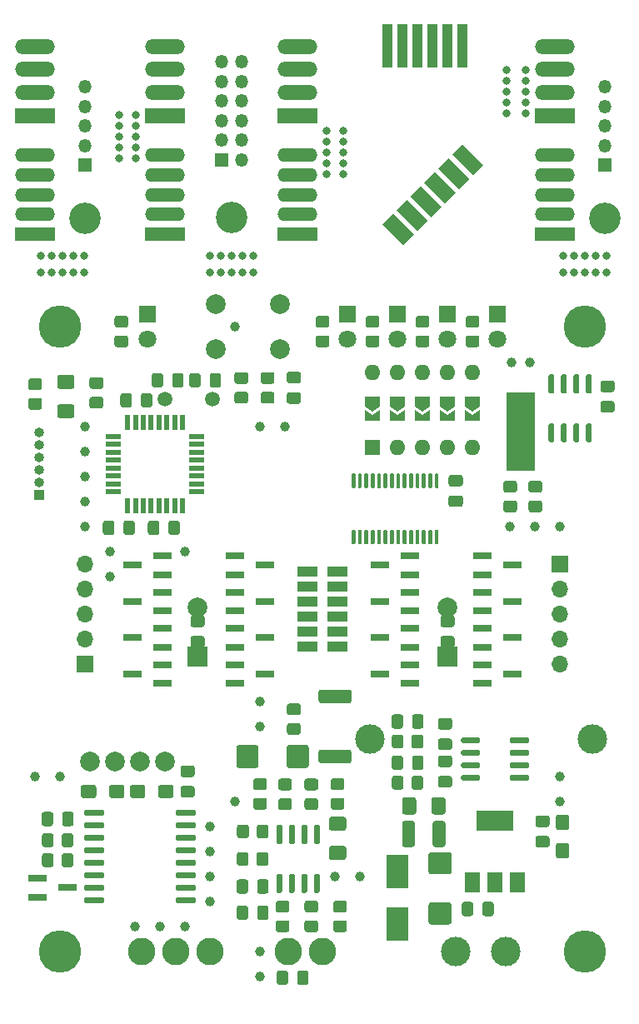
<source format=gbs>
G04 #@! TF.GenerationSoftware,KiCad,Pcbnew,5.1.12-84ad8e8a86~92~ubuntu16.04.1*
G04 #@! TF.CreationDate,2022-11-17T21:27:21+01:00*
G04 #@! TF.ProjectId,LedBar,4c656442-6172-42e6-9b69-6361645f7063,rev?*
G04 #@! TF.SameCoordinates,Original*
G04 #@! TF.FileFunction,Soldermask,Bot*
G04 #@! TF.FilePolarity,Negative*
%FSLAX46Y46*%
G04 Gerber Fmt 4.6, Leading zero omitted, Abs format (unit mm)*
G04 Created by KiCad (PCBNEW 5.1.12-84ad8e8a86~92~ubuntu16.04.1) date 2022-11-17 21:27:21*
%MOMM*%
%LPD*%
G01*
G04 APERTURE LIST*
%ADD10O,1.350000X1.350000*%
%ADD11R,1.350000X1.350000*%
%ADD12O,4.050000X1.400000*%
%ADD13R,4.050000X1.400000*%
%ADD14C,3.200000*%
%ADD15C,1.000000*%
%ADD16C,2.000000*%
%ADD17C,0.800000*%
%ADD18C,0.100000*%
%ADD19R,1.070000X4.413000*%
%ADD20O,1.000000X1.000000*%
%ADD21R,1.000000X1.000000*%
%ADD22C,2.800000*%
%ADD23R,2.032000X1.070000*%
%ADD24C,4.300000*%
%ADD25C,3.000000*%
%ADD26R,1.900000X0.800000*%
%ADD27R,1.500000X2.000000*%
%ADD28R,3.800000X2.000000*%
%ADD29C,1.500000*%
%ADD30O,1.700000X1.700000*%
%ADD31R,1.700000X1.700000*%
%ADD32R,2.000000X2.000000*%
%ADD33R,2.300000X3.500000*%
%ADD34C,1.800000*%
%ADD35R,1.800000X1.800000*%
%ADD36O,1.600000X1.600000*%
%ADD37R,1.600000X1.600000*%
%ADD38R,1.600000X0.550000*%
%ADD39R,0.550000X1.600000*%
%ADD40R,3.000000X8.000000*%
%ADD41R,4.050000X1.500000*%
%ADD42O,4.050000X1.500000*%
G04 APERTURE END LIST*
D10*
X127000000Y-51816000D03*
X127000000Y-53816000D03*
X127000000Y-55816000D03*
X127000000Y-57816000D03*
D11*
X127000000Y-59816000D03*
D12*
X174752000Y-58802000D03*
D13*
X174752000Y-66802000D03*
D12*
X174752000Y-62802000D03*
X174752000Y-64802000D03*
X174752000Y-60802000D03*
D10*
X179832000Y-51816000D03*
X179832000Y-53816000D03*
X179832000Y-55816000D03*
X179832000Y-57816000D03*
D11*
X179832000Y-59816000D03*
D14*
X179832000Y-65196000D03*
G36*
G01*
X160517000Y-126687000D02*
X160517000Y-128837000D01*
G75*
G02*
X160267000Y-129087000I-250000J0D01*
G01*
X159467000Y-129087000D01*
G75*
G02*
X159217000Y-128837000I0J250000D01*
G01*
X159217000Y-126687000D01*
G75*
G02*
X159467000Y-126437000I250000J0D01*
G01*
X160267000Y-126437000D01*
G75*
G02*
X160517000Y-126687000I0J-250000D01*
G01*
G37*
G36*
G01*
X163617000Y-126687000D02*
X163617000Y-128837000D01*
G75*
G02*
X163367000Y-129087000I-250000J0D01*
G01*
X162567000Y-129087000D01*
G75*
G02*
X162317000Y-128837000I0J250000D01*
G01*
X162317000Y-126687000D01*
G75*
G02*
X162567000Y-126437000I250000J0D01*
G01*
X163367000Y-126437000D01*
G75*
G02*
X163617000Y-126687000I0J-250000D01*
G01*
G37*
G36*
G01*
X162192000Y-125529500D02*
X162192000Y-124279500D01*
G75*
G02*
X162442000Y-124029500I250000J0D01*
G01*
X163367000Y-124029500D01*
G75*
G02*
X163617000Y-124279500I0J-250000D01*
G01*
X163617000Y-125529500D01*
G75*
G02*
X163367000Y-125779500I-250000J0D01*
G01*
X162442000Y-125779500D01*
G75*
G02*
X162192000Y-125529500I0J250000D01*
G01*
G37*
G36*
G01*
X159217000Y-125529500D02*
X159217000Y-124279500D01*
G75*
G02*
X159467000Y-124029500I250000J0D01*
G01*
X160392000Y-124029500D01*
G75*
G02*
X160642000Y-124279500I0J-250000D01*
G01*
X160642000Y-125529500D01*
G75*
G02*
X160392000Y-125779500I-250000J0D01*
G01*
X159467000Y-125779500D01*
G75*
G02*
X159217000Y-125529500I0J250000D01*
G01*
G37*
D15*
X127000000Y-91440000D03*
G36*
G01*
X127692999Y-83331000D02*
X128593001Y-83331000D01*
G75*
G02*
X128843000Y-83580999I0J-249999D01*
G01*
X128843000Y-84281001D01*
G75*
G02*
X128593001Y-84531000I-249999J0D01*
G01*
X127692999Y-84531000D01*
G75*
G02*
X127443000Y-84281001I0J249999D01*
G01*
X127443000Y-83580999D01*
G75*
G02*
X127692999Y-83331000I249999J0D01*
G01*
G37*
G36*
G01*
X127692999Y-81331000D02*
X128593001Y-81331000D01*
G75*
G02*
X128843000Y-81580999I0J-249999D01*
G01*
X128843000Y-82281001D01*
G75*
G02*
X128593001Y-82531000I-249999J0D01*
G01*
X127692999Y-82531000D01*
G75*
G02*
X127443000Y-82281001I0J249999D01*
G01*
X127443000Y-81580999D01*
G75*
G02*
X127692999Y-81331000I249999J0D01*
G01*
G37*
G36*
G01*
X124406500Y-84087000D02*
X125656500Y-84087000D01*
G75*
G02*
X125906500Y-84337000I0J-250000D01*
G01*
X125906500Y-85262000D01*
G75*
G02*
X125656500Y-85512000I-250000J0D01*
G01*
X124406500Y-85512000D01*
G75*
G02*
X124156500Y-85262000I0J250000D01*
G01*
X124156500Y-84337000D01*
G75*
G02*
X124406500Y-84087000I250000J0D01*
G01*
G37*
G36*
G01*
X124406500Y-81112000D02*
X125656500Y-81112000D01*
G75*
G02*
X125906500Y-81362000I0J-250000D01*
G01*
X125906500Y-82287000D01*
G75*
G02*
X125656500Y-82537000I-250000J0D01*
G01*
X124406500Y-82537000D01*
G75*
G02*
X124156500Y-82287000I0J250000D01*
G01*
X124156500Y-81362000D01*
G75*
G02*
X124406500Y-81112000I250000J0D01*
G01*
G37*
D16*
X135128000Y-120396000D03*
X132588000Y-120396000D03*
X130048000Y-120396000D03*
X127508000Y-120396000D03*
D15*
X142240000Y-124460000D03*
X127000000Y-96520000D03*
X170180000Y-96520000D03*
X127000000Y-88900000D03*
X172720000Y-96520000D03*
X175260000Y-96520000D03*
X154940000Y-132080000D03*
X142240000Y-76200000D03*
X127000000Y-93980000D03*
X152400000Y-132080000D03*
X144780000Y-86360000D03*
X147320000Y-86360000D03*
X144780000Y-139700000D03*
X144780000Y-142240000D03*
X129540000Y-99060000D03*
X129540000Y-101600000D03*
X137160000Y-99060000D03*
X127000000Y-86360000D03*
X139700000Y-134620000D03*
X139700000Y-132080000D03*
X139700000Y-129540000D03*
X139700000Y-127000000D03*
X121920000Y-121920000D03*
X124460000Y-121920000D03*
X134620000Y-137160000D03*
X132080000Y-137160000D03*
X137160000Y-137160000D03*
X175260000Y-124460000D03*
X175260000Y-121920000D03*
X144780000Y-116840000D03*
X144780000Y-114300000D03*
D17*
X177800000Y-70720000D03*
X176700000Y-70720000D03*
X175600000Y-70720000D03*
X178900000Y-70720000D03*
X180000000Y-70720000D03*
X178900000Y-68980000D03*
X175600000Y-68980000D03*
X176700000Y-68980000D03*
X180000000Y-68980000D03*
X177800000Y-68980000D03*
X153270000Y-58547000D03*
X153270000Y-59647000D03*
X153270000Y-60747000D03*
X153270000Y-57447000D03*
X153270000Y-56347000D03*
X151530000Y-57447000D03*
X151530000Y-60747000D03*
X151530000Y-59647000D03*
X151530000Y-56347000D03*
X151530000Y-58547000D03*
X141859000Y-70720000D03*
X140759000Y-70720000D03*
X139659000Y-70720000D03*
X142959000Y-70720000D03*
X144059000Y-70720000D03*
X142959000Y-68980000D03*
X139659000Y-68980000D03*
X140759000Y-68980000D03*
X144059000Y-68980000D03*
X141859000Y-68980000D03*
X132188000Y-56896000D03*
X132188000Y-57996000D03*
X132188000Y-59096000D03*
X132188000Y-55796000D03*
X132188000Y-54696000D03*
X130448000Y-55796000D03*
X130448000Y-59096000D03*
X130448000Y-57996000D03*
X130448000Y-54696000D03*
X130448000Y-56896000D03*
X124714000Y-70720000D03*
X123614000Y-70720000D03*
X122514000Y-70720000D03*
X125814000Y-70720000D03*
X126914000Y-70720000D03*
X125814000Y-68980000D03*
X122514000Y-68980000D03*
X123614000Y-68980000D03*
X126914000Y-68980000D03*
X124714000Y-68980000D03*
D18*
G36*
X160410330Y-66848670D02*
G01*
X159349670Y-67909330D01*
X157228350Y-65788010D01*
X158289010Y-64727350D01*
X160410330Y-66848670D01*
G37*
G36*
X161824543Y-65434456D02*
G01*
X160763883Y-66495116D01*
X158642563Y-64373796D01*
X159703223Y-63313136D01*
X161824543Y-65434456D01*
G37*
G36*
X163238757Y-64020243D02*
G01*
X162178097Y-65080903D01*
X160056777Y-62959583D01*
X161117437Y-61898923D01*
X163238757Y-64020243D01*
G37*
G36*
X164652971Y-62606029D02*
G01*
X163592311Y-63666689D01*
X161470991Y-61545369D01*
X162531651Y-60484709D01*
X164652971Y-62606029D01*
G37*
G36*
X166067184Y-61191816D02*
G01*
X165006524Y-62252476D01*
X162885204Y-60131156D01*
X163945864Y-59070496D01*
X166067184Y-61191816D01*
G37*
G36*
X167481398Y-59777602D02*
G01*
X166420738Y-60838262D01*
X164299418Y-58716942D01*
X165360078Y-57656282D01*
X167481398Y-59777602D01*
G37*
D19*
X157734000Y-47672500D03*
X159258000Y-47672500D03*
X160782000Y-47672500D03*
X162306000Y-47672500D03*
X163830000Y-47672500D03*
X165354000Y-47672500D03*
D20*
X122301000Y-86931500D03*
X122301000Y-88201500D03*
X122301000Y-89471500D03*
X122301000Y-90741500D03*
X122301000Y-92011500D03*
D21*
X122301000Y-93281500D03*
D22*
X151130000Y-139700000D03*
X147630000Y-139700000D03*
D23*
X149606000Y-101092000D03*
X152654000Y-101092000D03*
X149606000Y-102616000D03*
X152654000Y-102616000D03*
X149606000Y-104140000D03*
X152654000Y-104140000D03*
X149606000Y-105664000D03*
X152654000Y-105664000D03*
X149606000Y-107188000D03*
X152654000Y-107188000D03*
X149606000Y-108712000D03*
X152654000Y-108712000D03*
D22*
X139700000Y-139700000D03*
X136200000Y-139700000D03*
X132700000Y-139700000D03*
D14*
X141859000Y-65151000D03*
X127000000Y-65196000D03*
D24*
X177800000Y-76200000D03*
D25*
X178556000Y-118110000D03*
X155956000Y-118110000D03*
G36*
G01*
X124656000Y-126713000D02*
X124656000Y-125763000D01*
G75*
G02*
X124906000Y-125513000I250000J0D01*
G01*
X125581000Y-125513000D01*
G75*
G02*
X125831000Y-125763000I0J-250000D01*
G01*
X125831000Y-126713000D01*
G75*
G02*
X125581000Y-126963000I-250000J0D01*
G01*
X124906000Y-126963000D01*
G75*
G02*
X124656000Y-126713000I0J250000D01*
G01*
G37*
G36*
G01*
X122581000Y-126713000D02*
X122581000Y-125763000D01*
G75*
G02*
X122831000Y-125513000I250000J0D01*
G01*
X123506000Y-125513000D01*
G75*
G02*
X123756000Y-125763000I0J-250000D01*
G01*
X123756000Y-126713000D01*
G75*
G02*
X123506000Y-126963000I-250000J0D01*
G01*
X122831000Y-126963000D01*
G75*
G02*
X122581000Y-126713000I0J250000D01*
G01*
G37*
G36*
G01*
X137889000Y-121978000D02*
X136939000Y-121978000D01*
G75*
G02*
X136689000Y-121728000I0J250000D01*
G01*
X136689000Y-121053000D01*
G75*
G02*
X136939000Y-120803000I250000J0D01*
G01*
X137889000Y-120803000D01*
G75*
G02*
X138139000Y-121053000I0J-250000D01*
G01*
X138139000Y-121728000D01*
G75*
G02*
X137889000Y-121978000I-250000J0D01*
G01*
G37*
G36*
G01*
X137889000Y-124053000D02*
X136939000Y-124053000D01*
G75*
G02*
X136689000Y-123803000I0J250000D01*
G01*
X136689000Y-123128000D01*
G75*
G02*
X136939000Y-122878000I250000J0D01*
G01*
X137889000Y-122878000D01*
G75*
G02*
X138139000Y-123128000I0J-250000D01*
G01*
X138139000Y-123803000D01*
G75*
G02*
X137889000Y-124053000I-250000J0D01*
G01*
G37*
G36*
G01*
X124606000Y-128847001D02*
X124606000Y-127946999D01*
G75*
G02*
X124855999Y-127697000I249999J0D01*
G01*
X125556001Y-127697000D01*
G75*
G02*
X125806000Y-127946999I0J-249999D01*
G01*
X125806000Y-128847001D01*
G75*
G02*
X125556001Y-129097000I-249999J0D01*
G01*
X124855999Y-129097000D01*
G75*
G02*
X124606000Y-128847001I0J249999D01*
G01*
G37*
G36*
G01*
X122606000Y-128847001D02*
X122606000Y-127946999D01*
G75*
G02*
X122855999Y-127697000I249999J0D01*
G01*
X123556001Y-127697000D01*
G75*
G02*
X123806000Y-127946999I0J-249999D01*
G01*
X123806000Y-128847001D01*
G75*
G02*
X123556001Y-129097000I-249999J0D01*
G01*
X122855999Y-129097000D01*
G75*
G02*
X122606000Y-128847001I0J249999D01*
G01*
G37*
G36*
G01*
X162142999Y-134711500D02*
X163993001Y-134711500D01*
G75*
G02*
X164243000Y-134961499I0J-249999D01*
G01*
X164243000Y-136711501D01*
G75*
G02*
X163993001Y-136961500I-249999J0D01*
G01*
X162142999Y-136961500D01*
G75*
G02*
X161893000Y-136711501I0J249999D01*
G01*
X161893000Y-134961499D01*
G75*
G02*
X162142999Y-134711500I249999J0D01*
G01*
G37*
G36*
G01*
X162142999Y-129611500D02*
X163993001Y-129611500D01*
G75*
G02*
X164243000Y-129861499I0J-249999D01*
G01*
X164243000Y-131611501D01*
G75*
G02*
X163993001Y-131861500I-249999J0D01*
G01*
X162142999Y-131861500D01*
G75*
G02*
X161893000Y-131611501I0J249999D01*
G01*
X161893000Y-129861499D01*
G75*
G02*
X162142999Y-129611500I249999J0D01*
G01*
G37*
G36*
G01*
X166449500Y-134907000D02*
X166449500Y-135857000D01*
G75*
G02*
X166199500Y-136107000I-250000J0D01*
G01*
X165524500Y-136107000D01*
G75*
G02*
X165274500Y-135857000I0J250000D01*
G01*
X165274500Y-134907000D01*
G75*
G02*
X165524500Y-134657000I250000J0D01*
G01*
X166199500Y-134657000D01*
G75*
G02*
X166449500Y-134907000I0J-250000D01*
G01*
G37*
G36*
G01*
X168524500Y-134907000D02*
X168524500Y-135857000D01*
G75*
G02*
X168274500Y-136107000I-250000J0D01*
G01*
X167599500Y-136107000D01*
G75*
G02*
X167349500Y-135857000I0J250000D01*
G01*
X167349500Y-134907000D01*
G75*
G02*
X167599500Y-134657000I250000J0D01*
G01*
X168274500Y-134657000D01*
G75*
G02*
X168524500Y-134907000I0J-250000D01*
G01*
G37*
G36*
G01*
X138905000Y-106738000D02*
X137955000Y-106738000D01*
G75*
G02*
X137705000Y-106488000I0J250000D01*
G01*
X137705000Y-105813000D01*
G75*
G02*
X137955000Y-105563000I250000J0D01*
G01*
X138905000Y-105563000D01*
G75*
G02*
X139155000Y-105813000I0J-250000D01*
G01*
X139155000Y-106488000D01*
G75*
G02*
X138905000Y-106738000I-250000J0D01*
G01*
G37*
G36*
G01*
X138905000Y-108813000D02*
X137955000Y-108813000D01*
G75*
G02*
X137705000Y-108563000I0J250000D01*
G01*
X137705000Y-107888000D01*
G75*
G02*
X137955000Y-107638000I250000J0D01*
G01*
X138905000Y-107638000D01*
G75*
G02*
X139155000Y-107888000I0J-250000D01*
G01*
X139155000Y-108563000D01*
G75*
G02*
X138905000Y-108813000I-250000J0D01*
G01*
G37*
G36*
G01*
X164305000Y-106738000D02*
X163355000Y-106738000D01*
G75*
G02*
X163105000Y-106488000I0J250000D01*
G01*
X163105000Y-105813000D01*
G75*
G02*
X163355000Y-105563000I250000J0D01*
G01*
X164305000Y-105563000D01*
G75*
G02*
X164555000Y-105813000I0J-250000D01*
G01*
X164555000Y-106488000D01*
G75*
G02*
X164305000Y-106738000I-250000J0D01*
G01*
G37*
G36*
G01*
X164305000Y-108813000D02*
X163355000Y-108813000D01*
G75*
G02*
X163105000Y-108563000I0J250000D01*
G01*
X163105000Y-107888000D01*
G75*
G02*
X163355000Y-107638000I250000J0D01*
G01*
X164305000Y-107638000D01*
G75*
G02*
X164555000Y-107888000I0J-250000D01*
G01*
X164555000Y-108563000D01*
G75*
G02*
X164305000Y-108813000I-250000J0D01*
G01*
G37*
G36*
G01*
X148532000Y-142842000D02*
X148532000Y-141892000D01*
G75*
G02*
X148782000Y-141642000I250000J0D01*
G01*
X149457000Y-141642000D01*
G75*
G02*
X149707000Y-141892000I0J-250000D01*
G01*
X149707000Y-142842000D01*
G75*
G02*
X149457000Y-143092000I-250000J0D01*
G01*
X148782000Y-143092000D01*
G75*
G02*
X148532000Y-142842000I0J250000D01*
G01*
G37*
G36*
G01*
X146457000Y-142842000D02*
X146457000Y-141892000D01*
G75*
G02*
X146707000Y-141642000I250000J0D01*
G01*
X147382000Y-141642000D01*
G75*
G02*
X147632000Y-141892000I0J-250000D01*
G01*
X147632000Y-142842000D01*
G75*
G02*
X147382000Y-143092000I-250000J0D01*
G01*
X146707000Y-143092000D01*
G75*
G02*
X146457000Y-142842000I0J250000D01*
G01*
G37*
D18*
G36*
X166370000Y-84857000D02*
G01*
X165620000Y-84357000D01*
X165620000Y-83357000D01*
X167120000Y-83357000D01*
X167120000Y-84357000D01*
X166370000Y-84857000D01*
G37*
G36*
X165620000Y-85807000D02*
G01*
X165620000Y-84657000D01*
X166370000Y-85157000D01*
X167120000Y-84657000D01*
X167120000Y-85807000D01*
X165620000Y-85807000D01*
G37*
G36*
X163830000Y-84857000D02*
G01*
X163080000Y-84357000D01*
X163080000Y-83357000D01*
X164580000Y-83357000D01*
X164580000Y-84357000D01*
X163830000Y-84857000D01*
G37*
G36*
X163080000Y-85807000D02*
G01*
X163080000Y-84657000D01*
X163830000Y-85157000D01*
X164580000Y-84657000D01*
X164580000Y-85807000D01*
X163080000Y-85807000D01*
G37*
G36*
X161290000Y-84857000D02*
G01*
X160540000Y-84357000D01*
X160540000Y-83357000D01*
X162040000Y-83357000D01*
X162040000Y-84357000D01*
X161290000Y-84857000D01*
G37*
G36*
X160540000Y-85807000D02*
G01*
X160540000Y-84657000D01*
X161290000Y-85157000D01*
X162040000Y-84657000D01*
X162040000Y-85807000D01*
X160540000Y-85807000D01*
G37*
G36*
X158750000Y-84857000D02*
G01*
X158000000Y-84357000D01*
X158000000Y-83357000D01*
X159500000Y-83357000D01*
X159500000Y-84357000D01*
X158750000Y-84857000D01*
G37*
G36*
X158000000Y-85807000D02*
G01*
X158000000Y-84657000D01*
X158750000Y-85157000D01*
X159500000Y-84657000D01*
X159500000Y-85807000D01*
X158000000Y-85807000D01*
G37*
G36*
X156210000Y-84857000D02*
G01*
X155460000Y-84357000D01*
X155460000Y-83357000D01*
X156960000Y-83357000D01*
X156960000Y-84357000D01*
X156210000Y-84857000D01*
G37*
G36*
X155460000Y-85807000D02*
G01*
X155460000Y-84657000D01*
X156210000Y-85157000D01*
X156960000Y-84657000D01*
X156960000Y-85807000D01*
X155460000Y-85807000D01*
G37*
D26*
X131850000Y-111506000D03*
X134850000Y-112456000D03*
X134850000Y-110556000D03*
X170410000Y-111506000D03*
X167410000Y-110556000D03*
X167410000Y-112456000D03*
X131850000Y-107823000D03*
X134850000Y-108773000D03*
X134850000Y-106873000D03*
X145264000Y-107823000D03*
X142264000Y-106873000D03*
X142264000Y-108773000D03*
X156996000Y-107823000D03*
X159996000Y-108773000D03*
X159996000Y-106873000D03*
X170410000Y-107823000D03*
X167410000Y-106873000D03*
X167410000Y-108773000D03*
X131850000Y-104140000D03*
X134850000Y-105090000D03*
X134850000Y-103190000D03*
X145264000Y-104140000D03*
X142264000Y-103190000D03*
X142264000Y-105090000D03*
X156996000Y-104140000D03*
X159996000Y-105090000D03*
X159996000Y-103190000D03*
X131850000Y-100457000D03*
X134850000Y-101407000D03*
X134850000Y-99507000D03*
X145264000Y-100457000D03*
X142264000Y-99507000D03*
X142264000Y-101407000D03*
X156996000Y-100457000D03*
X159996000Y-101407000D03*
X159996000Y-99507000D03*
X170410000Y-100457000D03*
X167410000Y-99507000D03*
X167410000Y-101407000D03*
G36*
G01*
X146615999Y-136544000D02*
X147516001Y-136544000D01*
G75*
G02*
X147766000Y-136793999I0J-249999D01*
G01*
X147766000Y-137494001D01*
G75*
G02*
X147516001Y-137744000I-249999J0D01*
G01*
X146615999Y-137744000D01*
G75*
G02*
X146366000Y-137494001I0J249999D01*
G01*
X146366000Y-136793999D01*
G75*
G02*
X146615999Y-136544000I249999J0D01*
G01*
G37*
G36*
G01*
X146615999Y-134544000D02*
X147516001Y-134544000D01*
G75*
G02*
X147766000Y-134793999I0J-249999D01*
G01*
X147766000Y-135494001D01*
G75*
G02*
X147516001Y-135744000I-249999J0D01*
G01*
X146615999Y-135744000D01*
G75*
G02*
X146366000Y-135494001I0J249999D01*
G01*
X146366000Y-134793999D01*
G75*
G02*
X146615999Y-134544000I249999J0D01*
G01*
G37*
G36*
G01*
X150437001Y-135744000D02*
X149536999Y-135744000D01*
G75*
G02*
X149287000Y-135494001I0J249999D01*
G01*
X149287000Y-134793999D01*
G75*
G02*
X149536999Y-134544000I249999J0D01*
G01*
X150437001Y-134544000D01*
G75*
G02*
X150687000Y-134793999I0J-249999D01*
G01*
X150687000Y-135494001D01*
G75*
G02*
X150437001Y-135744000I-249999J0D01*
G01*
G37*
G36*
G01*
X150437001Y-137744000D02*
X149536999Y-137744000D01*
G75*
G02*
X149287000Y-137494001I0J249999D01*
G01*
X149287000Y-136793999D01*
G75*
G02*
X149536999Y-136544000I249999J0D01*
G01*
X150437001Y-136544000D01*
G75*
G02*
X150687000Y-136793999I0J-249999D01*
G01*
X150687000Y-137494001D01*
G75*
G02*
X150437001Y-137744000I-249999J0D01*
G01*
G37*
G36*
G01*
X152457999Y-136544000D02*
X153358001Y-136544000D01*
G75*
G02*
X153608000Y-136793999I0J-249999D01*
G01*
X153608000Y-137494001D01*
G75*
G02*
X153358001Y-137744000I-249999J0D01*
G01*
X152457999Y-137744000D01*
G75*
G02*
X152208000Y-137494001I0J249999D01*
G01*
X152208000Y-136793999D01*
G75*
G02*
X152457999Y-136544000I249999J0D01*
G01*
G37*
G36*
G01*
X152457999Y-134544000D02*
X153358001Y-134544000D01*
G75*
G02*
X153608000Y-134793999I0J-249999D01*
G01*
X153608000Y-135494001D01*
G75*
G02*
X153358001Y-135744000I-249999J0D01*
G01*
X152457999Y-135744000D01*
G75*
G02*
X152208000Y-135494001I0J249999D01*
G01*
X152208000Y-134793999D01*
G75*
G02*
X152457999Y-134544000I249999J0D01*
G01*
G37*
G36*
G01*
X146869999Y-124123400D02*
X147770001Y-124123400D01*
G75*
G02*
X148020000Y-124373399I0J-249999D01*
G01*
X148020000Y-125073401D01*
G75*
G02*
X147770001Y-125323400I-249999J0D01*
G01*
X146869999Y-125323400D01*
G75*
G02*
X146620000Y-125073401I0J249999D01*
G01*
X146620000Y-124373399D01*
G75*
G02*
X146869999Y-124123400I249999J0D01*
G01*
G37*
G36*
G01*
X146869999Y-122123400D02*
X147770001Y-122123400D01*
G75*
G02*
X148020000Y-122373399I0J-249999D01*
G01*
X148020000Y-123073401D01*
G75*
G02*
X147770001Y-123323400I-249999J0D01*
G01*
X146869999Y-123323400D01*
G75*
G02*
X146620000Y-123073401I0J249999D01*
G01*
X146620000Y-122373399D01*
G75*
G02*
X146869999Y-122123400I249999J0D01*
G01*
G37*
G36*
G01*
X145230001Y-123298000D02*
X144329999Y-123298000D01*
G75*
G02*
X144080000Y-123048001I0J249999D01*
G01*
X144080000Y-122347999D01*
G75*
G02*
X144329999Y-122098000I249999J0D01*
G01*
X145230001Y-122098000D01*
G75*
G02*
X145480000Y-122347999I0J-249999D01*
G01*
X145480000Y-123048001D01*
G75*
G02*
X145230001Y-123298000I-249999J0D01*
G01*
G37*
G36*
G01*
X145230001Y-125298000D02*
X144329999Y-125298000D01*
G75*
G02*
X144080000Y-125048001I0J249999D01*
G01*
X144080000Y-124347999D01*
G75*
G02*
X144329999Y-124098000I249999J0D01*
G01*
X145230001Y-124098000D01*
G75*
G02*
X145480000Y-124347999I0J-249999D01*
G01*
X145480000Y-125048001D01*
G75*
G02*
X145230001Y-125298000I-249999J0D01*
G01*
G37*
G36*
G01*
X149536999Y-124123400D02*
X150437001Y-124123400D01*
G75*
G02*
X150687000Y-124373399I0J-249999D01*
G01*
X150687000Y-125073401D01*
G75*
G02*
X150437001Y-125323400I-249999J0D01*
G01*
X149536999Y-125323400D01*
G75*
G02*
X149287000Y-125073401I0J249999D01*
G01*
X149287000Y-124373399D01*
G75*
G02*
X149536999Y-124123400I249999J0D01*
G01*
G37*
G36*
G01*
X149536999Y-122123400D02*
X150437001Y-122123400D01*
G75*
G02*
X150687000Y-122373399I0J-249999D01*
G01*
X150687000Y-123073401D01*
G75*
G02*
X150437001Y-123323400I-249999J0D01*
G01*
X149536999Y-123323400D01*
G75*
G02*
X149287000Y-123073401I0J249999D01*
G01*
X149287000Y-122373399D01*
G75*
G02*
X149536999Y-122123400I249999J0D01*
G01*
G37*
G36*
G01*
X152203999Y-124098000D02*
X153104001Y-124098000D01*
G75*
G02*
X153354000Y-124347999I0J-249999D01*
G01*
X153354000Y-125048001D01*
G75*
G02*
X153104001Y-125298000I-249999J0D01*
G01*
X152203999Y-125298000D01*
G75*
G02*
X151954000Y-125048001I0J249999D01*
G01*
X151954000Y-124347999D01*
G75*
G02*
X152203999Y-124098000I249999J0D01*
G01*
G37*
G36*
G01*
X152203999Y-122098000D02*
X153104001Y-122098000D01*
G75*
G02*
X153354000Y-122347999I0J-249999D01*
G01*
X153354000Y-123048001D01*
G75*
G02*
X153104001Y-123298000I-249999J0D01*
G01*
X152203999Y-123298000D01*
G75*
G02*
X151954000Y-123048001I0J249999D01*
G01*
X151954000Y-122347999D01*
G75*
G02*
X152203999Y-122098000I249999J0D01*
G01*
G37*
G36*
G01*
X144418000Y-130752001D02*
X144418000Y-129851999D01*
G75*
G02*
X144667999Y-129602000I249999J0D01*
G01*
X145368001Y-129602000D01*
G75*
G02*
X145618000Y-129851999I0J-249999D01*
G01*
X145618000Y-130752001D01*
G75*
G02*
X145368001Y-131002000I-249999J0D01*
G01*
X144667999Y-131002000D01*
G75*
G02*
X144418000Y-130752001I0J249999D01*
G01*
G37*
G36*
G01*
X142418000Y-130752001D02*
X142418000Y-129851999D01*
G75*
G02*
X142667999Y-129602000I249999J0D01*
G01*
X143368001Y-129602000D01*
G75*
G02*
X143618000Y-129851999I0J-249999D01*
G01*
X143618000Y-130752001D01*
G75*
G02*
X143368001Y-131002000I-249999J0D01*
G01*
X142667999Y-131002000D01*
G75*
G02*
X142418000Y-130752001I0J249999D01*
G01*
G37*
G36*
G01*
X144434000Y-127958001D02*
X144434000Y-127057999D01*
G75*
G02*
X144683999Y-126808000I249999J0D01*
G01*
X145384001Y-126808000D01*
G75*
G02*
X145634000Y-127057999I0J-249999D01*
G01*
X145634000Y-127958001D01*
G75*
G02*
X145384001Y-128208000I-249999J0D01*
G01*
X144683999Y-128208000D01*
G75*
G02*
X144434000Y-127958001I0J249999D01*
G01*
G37*
G36*
G01*
X142434000Y-127958001D02*
X142434000Y-127057999D01*
G75*
G02*
X142683999Y-126808000I249999J0D01*
G01*
X143384001Y-126808000D01*
G75*
G02*
X143634000Y-127057999I0J-249999D01*
G01*
X143634000Y-127958001D01*
G75*
G02*
X143384001Y-128208000I-249999J0D01*
G01*
X142683999Y-128208000D01*
G75*
G02*
X142434000Y-127958001I0J249999D01*
G01*
G37*
G36*
G01*
X148659001Y-115694000D02*
X147758999Y-115694000D01*
G75*
G02*
X147509000Y-115444001I0J249999D01*
G01*
X147509000Y-114743999D01*
G75*
G02*
X147758999Y-114494000I249999J0D01*
G01*
X148659001Y-114494000D01*
G75*
G02*
X148909000Y-114743999I0J-249999D01*
G01*
X148909000Y-115444001D01*
G75*
G02*
X148659001Y-115694000I-249999J0D01*
G01*
G37*
G36*
G01*
X148659001Y-117694000D02*
X147758999Y-117694000D01*
G75*
G02*
X147509000Y-117444001I0J249999D01*
G01*
X147509000Y-116743999D01*
G75*
G02*
X147758999Y-116494000I249999J0D01*
G01*
X148659001Y-116494000D01*
G75*
G02*
X148909000Y-116743999I0J-249999D01*
G01*
X148909000Y-117444001D01*
G75*
G02*
X148659001Y-117694000I-249999J0D01*
G01*
G37*
X170410000Y-104140000D03*
X167410000Y-103190000D03*
X167410000Y-105090000D03*
G36*
G01*
X160216000Y-120998000D02*
X160216000Y-120048000D01*
G75*
G02*
X160466000Y-119798000I250000J0D01*
G01*
X161141000Y-119798000D01*
G75*
G02*
X161391000Y-120048000I0J-250000D01*
G01*
X161391000Y-120998000D01*
G75*
G02*
X161141000Y-121248000I-250000J0D01*
G01*
X160466000Y-121248000D01*
G75*
G02*
X160216000Y-120998000I0J250000D01*
G01*
G37*
G36*
G01*
X158141000Y-120998000D02*
X158141000Y-120048000D01*
G75*
G02*
X158391000Y-119798000I250000J0D01*
G01*
X159066000Y-119798000D01*
G75*
G02*
X159316000Y-120048000I0J-250000D01*
G01*
X159316000Y-120998000D01*
G75*
G02*
X159066000Y-121248000I-250000J0D01*
G01*
X158391000Y-121248000D01*
G75*
G02*
X158141000Y-120998000I0J250000D01*
G01*
G37*
G36*
G01*
X163101000Y-118052000D02*
X164051000Y-118052000D01*
G75*
G02*
X164301000Y-118302000I0J-250000D01*
G01*
X164301000Y-118977000D01*
G75*
G02*
X164051000Y-119227000I-250000J0D01*
G01*
X163101000Y-119227000D01*
G75*
G02*
X162851000Y-118977000I0J250000D01*
G01*
X162851000Y-118302000D01*
G75*
G02*
X163101000Y-118052000I250000J0D01*
G01*
G37*
G36*
G01*
X163101000Y-115977000D02*
X164051000Y-115977000D01*
G75*
G02*
X164301000Y-116227000I0J-250000D01*
G01*
X164301000Y-116902000D01*
G75*
G02*
X164051000Y-117152000I-250000J0D01*
G01*
X163101000Y-117152000D01*
G75*
G02*
X162851000Y-116902000I0J250000D01*
G01*
X162851000Y-116227000D01*
G75*
G02*
X163101000Y-115977000I250000J0D01*
G01*
G37*
G36*
G01*
X160216000Y-116807000D02*
X160216000Y-115857000D01*
G75*
G02*
X160466000Y-115607000I250000J0D01*
G01*
X161141000Y-115607000D01*
G75*
G02*
X161391000Y-115857000I0J-250000D01*
G01*
X161391000Y-116807000D01*
G75*
G02*
X161141000Y-117057000I-250000J0D01*
G01*
X160466000Y-117057000D01*
G75*
G02*
X160216000Y-116807000I0J250000D01*
G01*
G37*
G36*
G01*
X158141000Y-116807000D02*
X158141000Y-115857000D01*
G75*
G02*
X158391000Y-115607000I250000J0D01*
G01*
X159066000Y-115607000D01*
G75*
G02*
X159316000Y-115857000I0J-250000D01*
G01*
X159316000Y-116807000D01*
G75*
G02*
X159066000Y-117057000I-250000J0D01*
G01*
X158391000Y-117057000D01*
G75*
G02*
X158141000Y-116807000I0J250000D01*
G01*
G37*
G36*
G01*
X173007000Y-127958000D02*
X173957000Y-127958000D01*
G75*
G02*
X174207000Y-128208000I0J-250000D01*
G01*
X174207000Y-128883000D01*
G75*
G02*
X173957000Y-129133000I-250000J0D01*
G01*
X173007000Y-129133000D01*
G75*
G02*
X172757000Y-128883000I0J250000D01*
G01*
X172757000Y-128208000D01*
G75*
G02*
X173007000Y-127958000I250000J0D01*
G01*
G37*
G36*
G01*
X173007000Y-125883000D02*
X173957000Y-125883000D01*
G75*
G02*
X174207000Y-126133000I0J-250000D01*
G01*
X174207000Y-126808000D01*
G75*
G02*
X173957000Y-127058000I-250000J0D01*
G01*
X173007000Y-127058000D01*
G75*
G02*
X172757000Y-126808000I0J250000D01*
G01*
X172757000Y-126133000D01*
G75*
G02*
X173007000Y-125883000I250000J0D01*
G01*
G37*
G36*
G01*
X175088999Y-128666000D02*
X175939001Y-128666000D01*
G75*
G02*
X176189000Y-128915999I0J-249999D01*
G01*
X176189000Y-129991001D01*
G75*
G02*
X175939001Y-130241000I-249999J0D01*
G01*
X175088999Y-130241000D01*
G75*
G02*
X174839000Y-129991001I0J249999D01*
G01*
X174839000Y-128915999D01*
G75*
G02*
X175088999Y-128666000I249999J0D01*
G01*
G37*
G36*
G01*
X175088999Y-125791000D02*
X175939001Y-125791000D01*
G75*
G02*
X176189000Y-126040999I0J-249999D01*
G01*
X176189000Y-127116001D01*
G75*
G02*
X175939001Y-127366000I-249999J0D01*
G01*
X175088999Y-127366000D01*
G75*
G02*
X174839000Y-127116001I0J249999D01*
G01*
X174839000Y-126040999D01*
G75*
G02*
X175088999Y-125791000I249999J0D01*
G01*
G37*
G36*
G01*
X164180500Y-93350500D02*
X165130500Y-93350500D01*
G75*
G02*
X165380500Y-93600500I0J-250000D01*
G01*
X165380500Y-94275500D01*
G75*
G02*
X165130500Y-94525500I-250000J0D01*
G01*
X164180500Y-94525500D01*
G75*
G02*
X163930500Y-94275500I0J250000D01*
G01*
X163930500Y-93600500D01*
G75*
G02*
X164180500Y-93350500I250000J0D01*
G01*
G37*
G36*
G01*
X164180500Y-91275500D02*
X165130500Y-91275500D01*
G75*
G02*
X165380500Y-91525500I0J-250000D01*
G01*
X165380500Y-92200500D01*
G75*
G02*
X165130500Y-92450500I-250000J0D01*
G01*
X164180500Y-92450500D01*
G75*
G02*
X163930500Y-92200500I0J250000D01*
G01*
X163930500Y-91525500D01*
G75*
G02*
X164180500Y-91275500I250000J0D01*
G01*
G37*
G36*
G01*
X160166000Y-123005001D02*
X160166000Y-122104999D01*
G75*
G02*
X160415999Y-121855000I249999J0D01*
G01*
X161116001Y-121855000D01*
G75*
G02*
X161366000Y-122104999I0J-249999D01*
G01*
X161366000Y-123005001D01*
G75*
G02*
X161116001Y-123255000I-249999J0D01*
G01*
X160415999Y-123255000D01*
G75*
G02*
X160166000Y-123005001I0J249999D01*
G01*
G37*
G36*
G01*
X158166000Y-123005001D02*
X158166000Y-122104999D01*
G75*
G02*
X158415999Y-121855000I249999J0D01*
G01*
X159116001Y-121855000D01*
G75*
G02*
X159366000Y-122104999I0J-249999D01*
G01*
X159366000Y-123005001D01*
G75*
G02*
X159116001Y-123255000I-249999J0D01*
G01*
X158415999Y-123255000D01*
G75*
G02*
X158166000Y-123005001I0J249999D01*
G01*
G37*
G36*
G01*
X160166000Y-118814001D02*
X160166000Y-117913999D01*
G75*
G02*
X160415999Y-117664000I249999J0D01*
G01*
X161116001Y-117664000D01*
G75*
G02*
X161366000Y-117913999I0J-249999D01*
G01*
X161366000Y-118814001D01*
G75*
G02*
X161116001Y-119064000I-249999J0D01*
G01*
X160415999Y-119064000D01*
G75*
G02*
X160166000Y-118814001I0J249999D01*
G01*
G37*
G36*
G01*
X158166000Y-118814001D02*
X158166000Y-117913999D01*
G75*
G02*
X158415999Y-117664000I249999J0D01*
G01*
X159116001Y-117664000D01*
G75*
G02*
X159366000Y-117913999I0J-249999D01*
G01*
X159366000Y-118814001D01*
G75*
G02*
X159116001Y-119064000I-249999J0D01*
G01*
X158415999Y-119064000D01*
G75*
G02*
X158166000Y-118814001I0J249999D01*
G01*
G37*
G36*
G01*
X122370001Y-82658000D02*
X121469999Y-82658000D01*
G75*
G02*
X121220000Y-82408001I0J249999D01*
G01*
X121220000Y-81707999D01*
G75*
G02*
X121469999Y-81458000I249999J0D01*
G01*
X122370001Y-81458000D01*
G75*
G02*
X122620000Y-81707999I0J-249999D01*
G01*
X122620000Y-82408001D01*
G75*
G02*
X122370001Y-82658000I-249999J0D01*
G01*
G37*
G36*
G01*
X122370001Y-84658000D02*
X121469999Y-84658000D01*
G75*
G02*
X121220000Y-84408001I0J249999D01*
G01*
X121220000Y-83707999D01*
G75*
G02*
X121469999Y-83458000I249999J0D01*
G01*
X122370001Y-83458000D01*
G75*
G02*
X122620000Y-83707999I0J-249999D01*
G01*
X122620000Y-84408001D01*
G75*
G02*
X122370001Y-84658000I-249999J0D01*
G01*
G37*
D27*
X170956000Y-132690000D03*
X166356000Y-132690000D03*
X168656000Y-132690000D03*
D28*
X168656000Y-126390000D03*
G36*
G01*
X130879000Y-97122000D02*
X130879000Y-96172000D01*
G75*
G02*
X131129000Y-95922000I250000J0D01*
G01*
X131804000Y-95922000D01*
G75*
G02*
X132054000Y-96172000I0J-250000D01*
G01*
X132054000Y-97122000D01*
G75*
G02*
X131804000Y-97372000I-250000J0D01*
G01*
X131129000Y-97372000D01*
G75*
G02*
X130879000Y-97122000I0J250000D01*
G01*
G37*
G36*
G01*
X128804000Y-97122000D02*
X128804000Y-96172000D01*
G75*
G02*
X129054000Y-95922000I250000J0D01*
G01*
X129729000Y-95922000D01*
G75*
G02*
X129979000Y-96172000I0J-250000D01*
G01*
X129979000Y-97122000D01*
G75*
G02*
X129729000Y-97372000I-250000J0D01*
G01*
X129054000Y-97372000D01*
G75*
G02*
X128804000Y-97122000I0J250000D01*
G01*
G37*
G36*
G01*
X142424999Y-82823000D02*
X143325001Y-82823000D01*
G75*
G02*
X143575000Y-83072999I0J-249999D01*
G01*
X143575000Y-83773001D01*
G75*
G02*
X143325001Y-84023000I-249999J0D01*
G01*
X142424999Y-84023000D01*
G75*
G02*
X142175000Y-83773001I0J249999D01*
G01*
X142175000Y-83072999D01*
G75*
G02*
X142424999Y-82823000I249999J0D01*
G01*
G37*
G36*
G01*
X142424999Y-80823000D02*
X143325001Y-80823000D01*
G75*
G02*
X143575000Y-81072999I0J-249999D01*
G01*
X143575000Y-81773001D01*
G75*
G02*
X143325001Y-82023000I-249999J0D01*
G01*
X142424999Y-82023000D01*
G75*
G02*
X142175000Y-81773001I0J249999D01*
G01*
X142175000Y-81072999D01*
G75*
G02*
X142424999Y-80823000I249999J0D01*
G01*
G37*
G36*
G01*
X169749999Y-93872000D02*
X170650001Y-93872000D01*
G75*
G02*
X170900000Y-94121999I0J-249999D01*
G01*
X170900000Y-94822001D01*
G75*
G02*
X170650001Y-95072000I-249999J0D01*
G01*
X169749999Y-95072000D01*
G75*
G02*
X169500000Y-94822001I0J249999D01*
G01*
X169500000Y-94121999D01*
G75*
G02*
X169749999Y-93872000I249999J0D01*
G01*
G37*
G36*
G01*
X169749999Y-91872000D02*
X170650001Y-91872000D01*
G75*
G02*
X170900000Y-92121999I0J-249999D01*
G01*
X170900000Y-92822001D01*
G75*
G02*
X170650001Y-93072000I-249999J0D01*
G01*
X169749999Y-93072000D01*
G75*
G02*
X169500000Y-92822001I0J249999D01*
G01*
X169500000Y-92121999D01*
G75*
G02*
X169749999Y-91872000I249999J0D01*
G01*
G37*
D26*
X156996000Y-111506000D03*
X159996000Y-112456000D03*
X159996000Y-110556000D03*
G36*
G01*
X134932000Y-81186000D02*
X134932000Y-82136000D01*
G75*
G02*
X134682000Y-82386000I-250000J0D01*
G01*
X134007000Y-82386000D01*
G75*
G02*
X133757000Y-82136000I0J250000D01*
G01*
X133757000Y-81186000D01*
G75*
G02*
X134007000Y-80936000I250000J0D01*
G01*
X134682000Y-80936000D01*
G75*
G02*
X134932000Y-81186000I0J-250000D01*
G01*
G37*
G36*
G01*
X137007000Y-81186000D02*
X137007000Y-82136000D01*
G75*
G02*
X136757000Y-82386000I-250000J0D01*
G01*
X136082000Y-82386000D01*
G75*
G02*
X135832000Y-82136000I0J250000D01*
G01*
X135832000Y-81186000D01*
G75*
G02*
X136082000Y-80936000I250000J0D01*
G01*
X136757000Y-80936000D01*
G75*
G02*
X137007000Y-81186000I0J-250000D01*
G01*
G37*
G36*
G01*
X139642000Y-82136000D02*
X139642000Y-81186000D01*
G75*
G02*
X139892000Y-80936000I250000J0D01*
G01*
X140567000Y-80936000D01*
G75*
G02*
X140817000Y-81186000I0J-250000D01*
G01*
X140817000Y-82136000D01*
G75*
G02*
X140567000Y-82386000I-250000J0D01*
G01*
X139892000Y-82386000D01*
G75*
G02*
X139642000Y-82136000I0J250000D01*
G01*
G37*
G36*
G01*
X137567000Y-82136000D02*
X137567000Y-81186000D01*
G75*
G02*
X137817000Y-80936000I250000J0D01*
G01*
X138492000Y-80936000D01*
G75*
G02*
X138742000Y-81186000I0J-250000D01*
G01*
X138742000Y-82136000D01*
G75*
G02*
X138492000Y-82386000I-250000J0D01*
G01*
X137817000Y-82386000D01*
G75*
G02*
X137567000Y-82136000I0J250000D01*
G01*
G37*
G36*
G01*
X150974999Y-119190000D02*
X153825001Y-119190000D01*
G75*
G02*
X154075000Y-119439999I0J-249999D01*
G01*
X154075000Y-120340001D01*
G75*
G02*
X153825001Y-120590000I-249999J0D01*
G01*
X150974999Y-120590000D01*
G75*
G02*
X150725000Y-120340001I0J249999D01*
G01*
X150725000Y-119439999D01*
G75*
G02*
X150974999Y-119190000I249999J0D01*
G01*
G37*
G36*
G01*
X150974999Y-113090000D02*
X153825001Y-113090000D01*
G75*
G02*
X154075000Y-113339999I0J-249999D01*
G01*
X154075000Y-114240001D01*
G75*
G02*
X153825001Y-114490000I-249999J0D01*
G01*
X150974999Y-114490000D01*
G75*
G02*
X150725000Y-114240001I0J249999D01*
G01*
X150725000Y-113339999D01*
G75*
G02*
X150974999Y-113090000I249999J0D01*
G01*
G37*
D29*
X135074000Y-83566000D03*
X139954000Y-83566000D03*
D30*
X127000000Y-100330000D03*
X127000000Y-102870000D03*
X127000000Y-105410000D03*
X127000000Y-107950000D03*
D31*
X127000000Y-110490000D03*
D30*
X175260000Y-110490000D03*
X175260000Y-107950000D03*
X175260000Y-105410000D03*
X175260000Y-102870000D03*
D31*
X175260000Y-100330000D03*
D24*
X124460000Y-76200000D03*
D16*
X163830000Y-104728000D03*
D32*
X163830000Y-109728000D03*
D16*
X138430000Y-104728000D03*
D32*
X138430000Y-109728000D03*
G36*
G01*
X163101000Y-121862000D02*
X164051000Y-121862000D01*
G75*
G02*
X164301000Y-122112000I0J-250000D01*
G01*
X164301000Y-122787000D01*
G75*
G02*
X164051000Y-123037000I-250000J0D01*
G01*
X163101000Y-123037000D01*
G75*
G02*
X162851000Y-122787000I0J250000D01*
G01*
X162851000Y-122112000D01*
G75*
G02*
X163101000Y-121862000I250000J0D01*
G01*
G37*
G36*
G01*
X163101000Y-119787000D02*
X164051000Y-119787000D01*
G75*
G02*
X164301000Y-120037000I0J-250000D01*
G01*
X164301000Y-120712000D01*
G75*
G02*
X164051000Y-120962000I-250000J0D01*
G01*
X163101000Y-120962000D01*
G75*
G02*
X162851000Y-120712000I0J250000D01*
G01*
X162851000Y-120037000D01*
G75*
G02*
X163101000Y-119787000I250000J0D01*
G01*
G37*
D33*
X158750000Y-136939000D03*
X158750000Y-131539000D03*
G36*
G01*
X145091999Y-82823000D02*
X145992001Y-82823000D01*
G75*
G02*
X146242000Y-83072999I0J-249999D01*
G01*
X146242000Y-83773001D01*
G75*
G02*
X145992001Y-84023000I-249999J0D01*
G01*
X145091999Y-84023000D01*
G75*
G02*
X144842000Y-83773001I0J249999D01*
G01*
X144842000Y-83072999D01*
G75*
G02*
X145091999Y-82823000I249999J0D01*
G01*
G37*
G36*
G01*
X145091999Y-80823000D02*
X145992001Y-80823000D01*
G75*
G02*
X146242000Y-81072999I0J-249999D01*
G01*
X146242000Y-81773001D01*
G75*
G02*
X145992001Y-82023000I-249999J0D01*
G01*
X145091999Y-82023000D01*
G75*
G02*
X144842000Y-81773001I0J249999D01*
G01*
X144842000Y-81072999D01*
G75*
G02*
X145091999Y-80823000I249999J0D01*
G01*
G37*
G36*
G01*
X131133001Y-76308000D02*
X130232999Y-76308000D01*
G75*
G02*
X129983000Y-76058001I0J249999D01*
G01*
X129983000Y-75357999D01*
G75*
G02*
X130232999Y-75108000I249999J0D01*
G01*
X131133001Y-75108000D01*
G75*
G02*
X131383000Y-75357999I0J-249999D01*
G01*
X131383000Y-76058001D01*
G75*
G02*
X131133001Y-76308000I-249999J0D01*
G01*
G37*
G36*
G01*
X131133001Y-78308000D02*
X130232999Y-78308000D01*
G75*
G02*
X129983000Y-78058001I0J249999D01*
G01*
X129983000Y-77357999D01*
G75*
G02*
X130232999Y-77108000I249999J0D01*
G01*
X131133001Y-77108000D01*
G75*
G02*
X131383000Y-77357999I0J-249999D01*
G01*
X131383000Y-78058001D01*
G75*
G02*
X131133001Y-78308000I-249999J0D01*
G01*
G37*
G36*
G01*
X144468000Y-136238000D02*
X144468000Y-135288000D01*
G75*
G02*
X144718000Y-135038000I250000J0D01*
G01*
X145393000Y-135038000D01*
G75*
G02*
X145643000Y-135288000I0J-250000D01*
G01*
X145643000Y-136238000D01*
G75*
G02*
X145393000Y-136488000I-250000J0D01*
G01*
X144718000Y-136488000D01*
G75*
G02*
X144468000Y-136238000I0J250000D01*
G01*
G37*
G36*
G01*
X142393000Y-136238000D02*
X142393000Y-135288000D01*
G75*
G02*
X142643000Y-135038000I250000J0D01*
G01*
X143318000Y-135038000D01*
G75*
G02*
X143568000Y-135288000I0J-250000D01*
G01*
X143568000Y-136238000D01*
G75*
G02*
X143318000Y-136488000I-250000J0D01*
G01*
X142643000Y-136488000D01*
G75*
G02*
X142393000Y-136238000I0J250000D01*
G01*
G37*
D34*
X163830000Y-77470000D03*
D35*
X163830000Y-74930000D03*
D34*
X158750000Y-77470000D03*
D35*
X158750000Y-74930000D03*
D34*
X153670000Y-77470000D03*
D35*
X153670000Y-74930000D03*
D16*
X140260000Y-78450000D03*
X140260000Y-73950000D03*
X146760000Y-78450000D03*
X146760000Y-73950000D03*
D24*
X177800000Y-139700000D03*
X124460000Y-139700000D03*
G36*
G01*
X165919999Y-77108000D02*
X166820001Y-77108000D01*
G75*
G02*
X167070000Y-77357999I0J-249999D01*
G01*
X167070000Y-78058001D01*
G75*
G02*
X166820001Y-78308000I-249999J0D01*
G01*
X165919999Y-78308000D01*
G75*
G02*
X165670000Y-78058001I0J249999D01*
G01*
X165670000Y-77357999D01*
G75*
G02*
X165919999Y-77108000I249999J0D01*
G01*
G37*
G36*
G01*
X165919999Y-75108000D02*
X166820001Y-75108000D01*
G75*
G02*
X167070000Y-75357999I0J-249999D01*
G01*
X167070000Y-76058001D01*
G75*
G02*
X166820001Y-76308000I-249999J0D01*
G01*
X165919999Y-76308000D01*
G75*
G02*
X165670000Y-76058001I0J249999D01*
G01*
X165670000Y-75357999D01*
G75*
G02*
X165919999Y-75108000I249999J0D01*
G01*
G37*
G36*
G01*
X160839999Y-77108000D02*
X161740001Y-77108000D01*
G75*
G02*
X161990000Y-77357999I0J-249999D01*
G01*
X161990000Y-78058001D01*
G75*
G02*
X161740001Y-78308000I-249999J0D01*
G01*
X160839999Y-78308000D01*
G75*
G02*
X160590000Y-78058001I0J249999D01*
G01*
X160590000Y-77357999D01*
G75*
G02*
X160839999Y-77108000I249999J0D01*
G01*
G37*
G36*
G01*
X160839999Y-75108000D02*
X161740001Y-75108000D01*
G75*
G02*
X161990000Y-75357999I0J-249999D01*
G01*
X161990000Y-76058001D01*
G75*
G02*
X161740001Y-76308000I-249999J0D01*
G01*
X160839999Y-76308000D01*
G75*
G02*
X160590000Y-76058001I0J249999D01*
G01*
X160590000Y-75357999D01*
G75*
G02*
X160839999Y-75108000I249999J0D01*
G01*
G37*
G36*
G01*
X155759999Y-77108000D02*
X156660001Y-77108000D01*
G75*
G02*
X156910000Y-77357999I0J-249999D01*
G01*
X156910000Y-78058001D01*
G75*
G02*
X156660001Y-78308000I-249999J0D01*
G01*
X155759999Y-78308000D01*
G75*
G02*
X155510000Y-78058001I0J249999D01*
G01*
X155510000Y-77357999D01*
G75*
G02*
X155759999Y-77108000I249999J0D01*
G01*
G37*
G36*
G01*
X155759999Y-75108000D02*
X156660001Y-75108000D01*
G75*
G02*
X156910000Y-75357999I0J-249999D01*
G01*
X156910000Y-76058001D01*
G75*
G02*
X156660001Y-76308000I-249999J0D01*
G01*
X155759999Y-76308000D01*
G75*
G02*
X155510000Y-76058001I0J249999D01*
G01*
X155510000Y-75357999D01*
G75*
G02*
X155759999Y-75108000I249999J0D01*
G01*
G37*
G36*
G01*
X150679999Y-77108000D02*
X151580001Y-77108000D01*
G75*
G02*
X151830000Y-77357999I0J-249999D01*
G01*
X151830000Y-78058001D01*
G75*
G02*
X151580001Y-78308000I-249999J0D01*
G01*
X150679999Y-78308000D01*
G75*
G02*
X150430000Y-78058001I0J249999D01*
G01*
X150430000Y-77357999D01*
G75*
G02*
X150679999Y-77108000I249999J0D01*
G01*
G37*
G36*
G01*
X150679999Y-75108000D02*
X151580001Y-75108000D01*
G75*
G02*
X151830000Y-75357999I0J-249999D01*
G01*
X151830000Y-76058001D01*
G75*
G02*
X151580001Y-76308000I-249999J0D01*
G01*
X150679999Y-76308000D01*
G75*
G02*
X150430000Y-76058001I0J249999D01*
G01*
X150430000Y-75357999D01*
G75*
G02*
X150679999Y-75108000I249999J0D01*
G01*
G37*
G36*
G01*
X148684000Y-81973000D02*
X147734000Y-81973000D01*
G75*
G02*
X147484000Y-81723000I0J250000D01*
G01*
X147484000Y-81048000D01*
G75*
G02*
X147734000Y-80798000I250000J0D01*
G01*
X148684000Y-80798000D01*
G75*
G02*
X148934000Y-81048000I0J-250000D01*
G01*
X148934000Y-81723000D01*
G75*
G02*
X148684000Y-81973000I-250000J0D01*
G01*
G37*
G36*
G01*
X148684000Y-84048000D02*
X147734000Y-84048000D01*
G75*
G02*
X147484000Y-83798000I0J250000D01*
G01*
X147484000Y-83123000D01*
G75*
G02*
X147734000Y-82873000I250000J0D01*
G01*
X148684000Y-82873000D01*
G75*
G02*
X148934000Y-83123000I0J-250000D01*
G01*
X148934000Y-83798000D01*
G75*
G02*
X148684000Y-84048000I-250000J0D01*
G01*
G37*
G36*
G01*
X144468000Y-133571000D02*
X144468000Y-132621000D01*
G75*
G02*
X144718000Y-132371000I250000J0D01*
G01*
X145393000Y-132371000D01*
G75*
G02*
X145643000Y-132621000I0J-250000D01*
G01*
X145643000Y-133571000D01*
G75*
G02*
X145393000Y-133821000I-250000J0D01*
G01*
X144718000Y-133821000D01*
G75*
G02*
X144468000Y-133571000I0J250000D01*
G01*
G37*
G36*
G01*
X142393000Y-133571000D02*
X142393000Y-132621000D01*
G75*
G02*
X142643000Y-132371000I250000J0D01*
G01*
X143318000Y-132371000D01*
G75*
G02*
X143568000Y-132621000I0J-250000D01*
G01*
X143568000Y-133571000D01*
G75*
G02*
X143318000Y-133821000I-250000J0D01*
G01*
X142643000Y-133821000D01*
G75*
G02*
X142393000Y-133571000I0J250000D01*
G01*
G37*
G36*
G01*
X154171000Y-96867000D02*
X154371000Y-96867000D01*
G75*
G02*
X154471000Y-96967000I0J-100000D01*
G01*
X154471000Y-98242000D01*
G75*
G02*
X154371000Y-98342000I-100000J0D01*
G01*
X154171000Y-98342000D01*
G75*
G02*
X154071000Y-98242000I0J100000D01*
G01*
X154071000Y-96967000D01*
G75*
G02*
X154171000Y-96867000I100000J0D01*
G01*
G37*
G36*
G01*
X154821000Y-96867000D02*
X155021000Y-96867000D01*
G75*
G02*
X155121000Y-96967000I0J-100000D01*
G01*
X155121000Y-98242000D01*
G75*
G02*
X155021000Y-98342000I-100000J0D01*
G01*
X154821000Y-98342000D01*
G75*
G02*
X154721000Y-98242000I0J100000D01*
G01*
X154721000Y-96967000D01*
G75*
G02*
X154821000Y-96867000I100000J0D01*
G01*
G37*
G36*
G01*
X155471000Y-96867000D02*
X155671000Y-96867000D01*
G75*
G02*
X155771000Y-96967000I0J-100000D01*
G01*
X155771000Y-98242000D01*
G75*
G02*
X155671000Y-98342000I-100000J0D01*
G01*
X155471000Y-98342000D01*
G75*
G02*
X155371000Y-98242000I0J100000D01*
G01*
X155371000Y-96967000D01*
G75*
G02*
X155471000Y-96867000I100000J0D01*
G01*
G37*
G36*
G01*
X156121000Y-96867000D02*
X156321000Y-96867000D01*
G75*
G02*
X156421000Y-96967000I0J-100000D01*
G01*
X156421000Y-98242000D01*
G75*
G02*
X156321000Y-98342000I-100000J0D01*
G01*
X156121000Y-98342000D01*
G75*
G02*
X156021000Y-98242000I0J100000D01*
G01*
X156021000Y-96967000D01*
G75*
G02*
X156121000Y-96867000I100000J0D01*
G01*
G37*
G36*
G01*
X156771000Y-96867000D02*
X156971000Y-96867000D01*
G75*
G02*
X157071000Y-96967000I0J-100000D01*
G01*
X157071000Y-98242000D01*
G75*
G02*
X156971000Y-98342000I-100000J0D01*
G01*
X156771000Y-98342000D01*
G75*
G02*
X156671000Y-98242000I0J100000D01*
G01*
X156671000Y-96967000D01*
G75*
G02*
X156771000Y-96867000I100000J0D01*
G01*
G37*
G36*
G01*
X157421000Y-96867000D02*
X157621000Y-96867000D01*
G75*
G02*
X157721000Y-96967000I0J-100000D01*
G01*
X157721000Y-98242000D01*
G75*
G02*
X157621000Y-98342000I-100000J0D01*
G01*
X157421000Y-98342000D01*
G75*
G02*
X157321000Y-98242000I0J100000D01*
G01*
X157321000Y-96967000D01*
G75*
G02*
X157421000Y-96867000I100000J0D01*
G01*
G37*
G36*
G01*
X158071000Y-96867000D02*
X158271000Y-96867000D01*
G75*
G02*
X158371000Y-96967000I0J-100000D01*
G01*
X158371000Y-98242000D01*
G75*
G02*
X158271000Y-98342000I-100000J0D01*
G01*
X158071000Y-98342000D01*
G75*
G02*
X157971000Y-98242000I0J100000D01*
G01*
X157971000Y-96967000D01*
G75*
G02*
X158071000Y-96867000I100000J0D01*
G01*
G37*
G36*
G01*
X158721000Y-96867000D02*
X158921000Y-96867000D01*
G75*
G02*
X159021000Y-96967000I0J-100000D01*
G01*
X159021000Y-98242000D01*
G75*
G02*
X158921000Y-98342000I-100000J0D01*
G01*
X158721000Y-98342000D01*
G75*
G02*
X158621000Y-98242000I0J100000D01*
G01*
X158621000Y-96967000D01*
G75*
G02*
X158721000Y-96867000I100000J0D01*
G01*
G37*
G36*
G01*
X159371000Y-96867000D02*
X159571000Y-96867000D01*
G75*
G02*
X159671000Y-96967000I0J-100000D01*
G01*
X159671000Y-98242000D01*
G75*
G02*
X159571000Y-98342000I-100000J0D01*
G01*
X159371000Y-98342000D01*
G75*
G02*
X159271000Y-98242000I0J100000D01*
G01*
X159271000Y-96967000D01*
G75*
G02*
X159371000Y-96867000I100000J0D01*
G01*
G37*
G36*
G01*
X160021000Y-96867000D02*
X160221000Y-96867000D01*
G75*
G02*
X160321000Y-96967000I0J-100000D01*
G01*
X160321000Y-98242000D01*
G75*
G02*
X160221000Y-98342000I-100000J0D01*
G01*
X160021000Y-98342000D01*
G75*
G02*
X159921000Y-98242000I0J100000D01*
G01*
X159921000Y-96967000D01*
G75*
G02*
X160021000Y-96867000I100000J0D01*
G01*
G37*
G36*
G01*
X160671000Y-96867000D02*
X160871000Y-96867000D01*
G75*
G02*
X160971000Y-96967000I0J-100000D01*
G01*
X160971000Y-98242000D01*
G75*
G02*
X160871000Y-98342000I-100000J0D01*
G01*
X160671000Y-98342000D01*
G75*
G02*
X160571000Y-98242000I0J100000D01*
G01*
X160571000Y-96967000D01*
G75*
G02*
X160671000Y-96867000I100000J0D01*
G01*
G37*
G36*
G01*
X161321000Y-96867000D02*
X161521000Y-96867000D01*
G75*
G02*
X161621000Y-96967000I0J-100000D01*
G01*
X161621000Y-98242000D01*
G75*
G02*
X161521000Y-98342000I-100000J0D01*
G01*
X161321000Y-98342000D01*
G75*
G02*
X161221000Y-98242000I0J100000D01*
G01*
X161221000Y-96967000D01*
G75*
G02*
X161321000Y-96867000I100000J0D01*
G01*
G37*
G36*
G01*
X161971000Y-96867000D02*
X162171000Y-96867000D01*
G75*
G02*
X162271000Y-96967000I0J-100000D01*
G01*
X162271000Y-98242000D01*
G75*
G02*
X162171000Y-98342000I-100000J0D01*
G01*
X161971000Y-98342000D01*
G75*
G02*
X161871000Y-98242000I0J100000D01*
G01*
X161871000Y-96967000D01*
G75*
G02*
X161971000Y-96867000I100000J0D01*
G01*
G37*
G36*
G01*
X162621000Y-96867000D02*
X162821000Y-96867000D01*
G75*
G02*
X162921000Y-96967000I0J-100000D01*
G01*
X162921000Y-98242000D01*
G75*
G02*
X162821000Y-98342000I-100000J0D01*
G01*
X162621000Y-98342000D01*
G75*
G02*
X162521000Y-98242000I0J100000D01*
G01*
X162521000Y-96967000D01*
G75*
G02*
X162621000Y-96867000I100000J0D01*
G01*
G37*
G36*
G01*
X162621000Y-91142000D02*
X162821000Y-91142000D01*
G75*
G02*
X162921000Y-91242000I0J-100000D01*
G01*
X162921000Y-92517000D01*
G75*
G02*
X162821000Y-92617000I-100000J0D01*
G01*
X162621000Y-92617000D01*
G75*
G02*
X162521000Y-92517000I0J100000D01*
G01*
X162521000Y-91242000D01*
G75*
G02*
X162621000Y-91142000I100000J0D01*
G01*
G37*
G36*
G01*
X161971000Y-91142000D02*
X162171000Y-91142000D01*
G75*
G02*
X162271000Y-91242000I0J-100000D01*
G01*
X162271000Y-92517000D01*
G75*
G02*
X162171000Y-92617000I-100000J0D01*
G01*
X161971000Y-92617000D01*
G75*
G02*
X161871000Y-92517000I0J100000D01*
G01*
X161871000Y-91242000D01*
G75*
G02*
X161971000Y-91142000I100000J0D01*
G01*
G37*
G36*
G01*
X161321000Y-91142000D02*
X161521000Y-91142000D01*
G75*
G02*
X161621000Y-91242000I0J-100000D01*
G01*
X161621000Y-92517000D01*
G75*
G02*
X161521000Y-92617000I-100000J0D01*
G01*
X161321000Y-92617000D01*
G75*
G02*
X161221000Y-92517000I0J100000D01*
G01*
X161221000Y-91242000D01*
G75*
G02*
X161321000Y-91142000I100000J0D01*
G01*
G37*
G36*
G01*
X160671000Y-91142000D02*
X160871000Y-91142000D01*
G75*
G02*
X160971000Y-91242000I0J-100000D01*
G01*
X160971000Y-92517000D01*
G75*
G02*
X160871000Y-92617000I-100000J0D01*
G01*
X160671000Y-92617000D01*
G75*
G02*
X160571000Y-92517000I0J100000D01*
G01*
X160571000Y-91242000D01*
G75*
G02*
X160671000Y-91142000I100000J0D01*
G01*
G37*
G36*
G01*
X160021000Y-91142000D02*
X160221000Y-91142000D01*
G75*
G02*
X160321000Y-91242000I0J-100000D01*
G01*
X160321000Y-92517000D01*
G75*
G02*
X160221000Y-92617000I-100000J0D01*
G01*
X160021000Y-92617000D01*
G75*
G02*
X159921000Y-92517000I0J100000D01*
G01*
X159921000Y-91242000D01*
G75*
G02*
X160021000Y-91142000I100000J0D01*
G01*
G37*
G36*
G01*
X159371000Y-91142000D02*
X159571000Y-91142000D01*
G75*
G02*
X159671000Y-91242000I0J-100000D01*
G01*
X159671000Y-92517000D01*
G75*
G02*
X159571000Y-92617000I-100000J0D01*
G01*
X159371000Y-92617000D01*
G75*
G02*
X159271000Y-92517000I0J100000D01*
G01*
X159271000Y-91242000D01*
G75*
G02*
X159371000Y-91142000I100000J0D01*
G01*
G37*
G36*
G01*
X158721000Y-91142000D02*
X158921000Y-91142000D01*
G75*
G02*
X159021000Y-91242000I0J-100000D01*
G01*
X159021000Y-92517000D01*
G75*
G02*
X158921000Y-92617000I-100000J0D01*
G01*
X158721000Y-92617000D01*
G75*
G02*
X158621000Y-92517000I0J100000D01*
G01*
X158621000Y-91242000D01*
G75*
G02*
X158721000Y-91142000I100000J0D01*
G01*
G37*
G36*
G01*
X158071000Y-91142000D02*
X158271000Y-91142000D01*
G75*
G02*
X158371000Y-91242000I0J-100000D01*
G01*
X158371000Y-92517000D01*
G75*
G02*
X158271000Y-92617000I-100000J0D01*
G01*
X158071000Y-92617000D01*
G75*
G02*
X157971000Y-92517000I0J100000D01*
G01*
X157971000Y-91242000D01*
G75*
G02*
X158071000Y-91142000I100000J0D01*
G01*
G37*
G36*
G01*
X157421000Y-91142000D02*
X157621000Y-91142000D01*
G75*
G02*
X157721000Y-91242000I0J-100000D01*
G01*
X157721000Y-92517000D01*
G75*
G02*
X157621000Y-92617000I-100000J0D01*
G01*
X157421000Y-92617000D01*
G75*
G02*
X157321000Y-92517000I0J100000D01*
G01*
X157321000Y-91242000D01*
G75*
G02*
X157421000Y-91142000I100000J0D01*
G01*
G37*
G36*
G01*
X156771000Y-91142000D02*
X156971000Y-91142000D01*
G75*
G02*
X157071000Y-91242000I0J-100000D01*
G01*
X157071000Y-92517000D01*
G75*
G02*
X156971000Y-92617000I-100000J0D01*
G01*
X156771000Y-92617000D01*
G75*
G02*
X156671000Y-92517000I0J100000D01*
G01*
X156671000Y-91242000D01*
G75*
G02*
X156771000Y-91142000I100000J0D01*
G01*
G37*
G36*
G01*
X156121000Y-91142000D02*
X156321000Y-91142000D01*
G75*
G02*
X156421000Y-91242000I0J-100000D01*
G01*
X156421000Y-92517000D01*
G75*
G02*
X156321000Y-92617000I-100000J0D01*
G01*
X156121000Y-92617000D01*
G75*
G02*
X156021000Y-92517000I0J100000D01*
G01*
X156021000Y-91242000D01*
G75*
G02*
X156121000Y-91142000I100000J0D01*
G01*
G37*
G36*
G01*
X155471000Y-91142000D02*
X155671000Y-91142000D01*
G75*
G02*
X155771000Y-91242000I0J-100000D01*
G01*
X155771000Y-92517000D01*
G75*
G02*
X155671000Y-92617000I-100000J0D01*
G01*
X155471000Y-92617000D01*
G75*
G02*
X155371000Y-92517000I0J100000D01*
G01*
X155371000Y-91242000D01*
G75*
G02*
X155471000Y-91142000I100000J0D01*
G01*
G37*
G36*
G01*
X154821000Y-91142000D02*
X155021000Y-91142000D01*
G75*
G02*
X155121000Y-91242000I0J-100000D01*
G01*
X155121000Y-92517000D01*
G75*
G02*
X155021000Y-92617000I-100000J0D01*
G01*
X154821000Y-92617000D01*
G75*
G02*
X154721000Y-92517000I0J100000D01*
G01*
X154721000Y-91242000D01*
G75*
G02*
X154821000Y-91142000I100000J0D01*
G01*
G37*
G36*
G01*
X154171000Y-91142000D02*
X154371000Y-91142000D01*
G75*
G02*
X154471000Y-91242000I0J-100000D01*
G01*
X154471000Y-92517000D01*
G75*
G02*
X154371000Y-92617000I-100000J0D01*
G01*
X154171000Y-92617000D01*
G75*
G02*
X154071000Y-92517000I0J100000D01*
G01*
X154071000Y-91242000D01*
G75*
G02*
X154171000Y-91142000I100000J0D01*
G01*
G37*
D36*
X156210000Y-80899000D03*
X166370000Y-88519000D03*
X158750000Y-80899000D03*
X163830000Y-88519000D03*
X161290000Y-80899000D03*
X161290000Y-88519000D03*
X163830000Y-80899000D03*
X158750000Y-88519000D03*
X166370000Y-80899000D03*
D37*
X156210000Y-88519000D03*
G36*
G01*
X146598500Y-131802000D02*
X146898500Y-131802000D01*
G75*
G02*
X147048500Y-131952000I0J-150000D01*
G01*
X147048500Y-133602000D01*
G75*
G02*
X146898500Y-133752000I-150000J0D01*
G01*
X146598500Y-133752000D01*
G75*
G02*
X146448500Y-133602000I0J150000D01*
G01*
X146448500Y-131952000D01*
G75*
G02*
X146598500Y-131802000I150000J0D01*
G01*
G37*
G36*
G01*
X147868500Y-131802000D02*
X148168500Y-131802000D01*
G75*
G02*
X148318500Y-131952000I0J-150000D01*
G01*
X148318500Y-133602000D01*
G75*
G02*
X148168500Y-133752000I-150000J0D01*
G01*
X147868500Y-133752000D01*
G75*
G02*
X147718500Y-133602000I0J150000D01*
G01*
X147718500Y-131952000D01*
G75*
G02*
X147868500Y-131802000I150000J0D01*
G01*
G37*
G36*
G01*
X149138500Y-131802000D02*
X149438500Y-131802000D01*
G75*
G02*
X149588500Y-131952000I0J-150000D01*
G01*
X149588500Y-133602000D01*
G75*
G02*
X149438500Y-133752000I-150000J0D01*
G01*
X149138500Y-133752000D01*
G75*
G02*
X148988500Y-133602000I0J150000D01*
G01*
X148988500Y-131952000D01*
G75*
G02*
X149138500Y-131802000I150000J0D01*
G01*
G37*
G36*
G01*
X150408500Y-131802000D02*
X150708500Y-131802000D01*
G75*
G02*
X150858500Y-131952000I0J-150000D01*
G01*
X150858500Y-133602000D01*
G75*
G02*
X150708500Y-133752000I-150000J0D01*
G01*
X150408500Y-133752000D01*
G75*
G02*
X150258500Y-133602000I0J150000D01*
G01*
X150258500Y-131952000D01*
G75*
G02*
X150408500Y-131802000I150000J0D01*
G01*
G37*
G36*
G01*
X150408500Y-126852000D02*
X150708500Y-126852000D01*
G75*
G02*
X150858500Y-127002000I0J-150000D01*
G01*
X150858500Y-128652000D01*
G75*
G02*
X150708500Y-128802000I-150000J0D01*
G01*
X150408500Y-128802000D01*
G75*
G02*
X150258500Y-128652000I0J150000D01*
G01*
X150258500Y-127002000D01*
G75*
G02*
X150408500Y-126852000I150000J0D01*
G01*
G37*
G36*
G01*
X149138500Y-126852000D02*
X149438500Y-126852000D01*
G75*
G02*
X149588500Y-127002000I0J-150000D01*
G01*
X149588500Y-128652000D01*
G75*
G02*
X149438500Y-128802000I-150000J0D01*
G01*
X149138500Y-128802000D01*
G75*
G02*
X148988500Y-128652000I0J150000D01*
G01*
X148988500Y-127002000D01*
G75*
G02*
X149138500Y-126852000I150000J0D01*
G01*
G37*
G36*
G01*
X147868500Y-126852000D02*
X148168500Y-126852000D01*
G75*
G02*
X148318500Y-127002000I0J-150000D01*
G01*
X148318500Y-128652000D01*
G75*
G02*
X148168500Y-128802000I-150000J0D01*
G01*
X147868500Y-128802000D01*
G75*
G02*
X147718500Y-128652000I0J150000D01*
G01*
X147718500Y-127002000D01*
G75*
G02*
X147868500Y-126852000I150000J0D01*
G01*
G37*
G36*
G01*
X146598500Y-126852000D02*
X146898500Y-126852000D01*
G75*
G02*
X147048500Y-127002000I0J-150000D01*
G01*
X147048500Y-128652000D01*
G75*
G02*
X146898500Y-128802000I-150000J0D01*
G01*
X146598500Y-128802000D01*
G75*
G02*
X146448500Y-128652000I0J150000D01*
G01*
X146448500Y-127002000D01*
G75*
G02*
X146598500Y-126852000I150000J0D01*
G01*
G37*
D38*
X129862000Y-87370000D03*
X129862000Y-88170000D03*
X129862000Y-88970000D03*
X129862000Y-89770000D03*
X129862000Y-90570000D03*
X129862000Y-91370000D03*
X129862000Y-92170000D03*
X129862000Y-92970000D03*
D39*
X131312000Y-94420000D03*
X132112000Y-94420000D03*
X132912000Y-94420000D03*
X133712000Y-94420000D03*
X134512000Y-94420000D03*
X135312000Y-94420000D03*
X136112000Y-94420000D03*
X136912000Y-94420000D03*
D38*
X138362000Y-92970000D03*
X138362000Y-92170000D03*
X138362000Y-91370000D03*
X138362000Y-90570000D03*
X138362000Y-89770000D03*
X138362000Y-88970000D03*
X138362000Y-88170000D03*
X138362000Y-87370000D03*
D39*
X136912000Y-85920000D03*
X136112000Y-85920000D03*
X135312000Y-85920000D03*
X134512000Y-85920000D03*
X133712000Y-85920000D03*
X132912000Y-85920000D03*
X132112000Y-85920000D03*
X131312000Y-85920000D03*
G36*
G01*
X128963000Y-125453000D02*
X128963000Y-125753000D01*
G75*
G02*
X128813000Y-125903000I-150000J0D01*
G01*
X127063000Y-125903000D01*
G75*
G02*
X126913000Y-125753000I0J150000D01*
G01*
X126913000Y-125453000D01*
G75*
G02*
X127063000Y-125303000I150000J0D01*
G01*
X128813000Y-125303000D01*
G75*
G02*
X128963000Y-125453000I0J-150000D01*
G01*
G37*
G36*
G01*
X128963000Y-126723000D02*
X128963000Y-127023000D01*
G75*
G02*
X128813000Y-127173000I-150000J0D01*
G01*
X127063000Y-127173000D01*
G75*
G02*
X126913000Y-127023000I0J150000D01*
G01*
X126913000Y-126723000D01*
G75*
G02*
X127063000Y-126573000I150000J0D01*
G01*
X128813000Y-126573000D01*
G75*
G02*
X128963000Y-126723000I0J-150000D01*
G01*
G37*
G36*
G01*
X128963000Y-127993000D02*
X128963000Y-128293000D01*
G75*
G02*
X128813000Y-128443000I-150000J0D01*
G01*
X127063000Y-128443000D01*
G75*
G02*
X126913000Y-128293000I0J150000D01*
G01*
X126913000Y-127993000D01*
G75*
G02*
X127063000Y-127843000I150000J0D01*
G01*
X128813000Y-127843000D01*
G75*
G02*
X128963000Y-127993000I0J-150000D01*
G01*
G37*
G36*
G01*
X128963000Y-129263000D02*
X128963000Y-129563000D01*
G75*
G02*
X128813000Y-129713000I-150000J0D01*
G01*
X127063000Y-129713000D01*
G75*
G02*
X126913000Y-129563000I0J150000D01*
G01*
X126913000Y-129263000D01*
G75*
G02*
X127063000Y-129113000I150000J0D01*
G01*
X128813000Y-129113000D01*
G75*
G02*
X128963000Y-129263000I0J-150000D01*
G01*
G37*
G36*
G01*
X128963000Y-130533000D02*
X128963000Y-130833000D01*
G75*
G02*
X128813000Y-130983000I-150000J0D01*
G01*
X127063000Y-130983000D01*
G75*
G02*
X126913000Y-130833000I0J150000D01*
G01*
X126913000Y-130533000D01*
G75*
G02*
X127063000Y-130383000I150000J0D01*
G01*
X128813000Y-130383000D01*
G75*
G02*
X128963000Y-130533000I0J-150000D01*
G01*
G37*
G36*
G01*
X128963000Y-131803000D02*
X128963000Y-132103000D01*
G75*
G02*
X128813000Y-132253000I-150000J0D01*
G01*
X127063000Y-132253000D01*
G75*
G02*
X126913000Y-132103000I0J150000D01*
G01*
X126913000Y-131803000D01*
G75*
G02*
X127063000Y-131653000I150000J0D01*
G01*
X128813000Y-131653000D01*
G75*
G02*
X128963000Y-131803000I0J-150000D01*
G01*
G37*
G36*
G01*
X128963000Y-133073000D02*
X128963000Y-133373000D01*
G75*
G02*
X128813000Y-133523000I-150000J0D01*
G01*
X127063000Y-133523000D01*
G75*
G02*
X126913000Y-133373000I0J150000D01*
G01*
X126913000Y-133073000D01*
G75*
G02*
X127063000Y-132923000I150000J0D01*
G01*
X128813000Y-132923000D01*
G75*
G02*
X128963000Y-133073000I0J-150000D01*
G01*
G37*
G36*
G01*
X128963000Y-134343000D02*
X128963000Y-134643000D01*
G75*
G02*
X128813000Y-134793000I-150000J0D01*
G01*
X127063000Y-134793000D01*
G75*
G02*
X126913000Y-134643000I0J150000D01*
G01*
X126913000Y-134343000D01*
G75*
G02*
X127063000Y-134193000I150000J0D01*
G01*
X128813000Y-134193000D01*
G75*
G02*
X128963000Y-134343000I0J-150000D01*
G01*
G37*
G36*
G01*
X138263000Y-134343000D02*
X138263000Y-134643000D01*
G75*
G02*
X138113000Y-134793000I-150000J0D01*
G01*
X136363000Y-134793000D01*
G75*
G02*
X136213000Y-134643000I0J150000D01*
G01*
X136213000Y-134343000D01*
G75*
G02*
X136363000Y-134193000I150000J0D01*
G01*
X138113000Y-134193000D01*
G75*
G02*
X138263000Y-134343000I0J-150000D01*
G01*
G37*
G36*
G01*
X138263000Y-133073000D02*
X138263000Y-133373000D01*
G75*
G02*
X138113000Y-133523000I-150000J0D01*
G01*
X136363000Y-133523000D01*
G75*
G02*
X136213000Y-133373000I0J150000D01*
G01*
X136213000Y-133073000D01*
G75*
G02*
X136363000Y-132923000I150000J0D01*
G01*
X138113000Y-132923000D01*
G75*
G02*
X138263000Y-133073000I0J-150000D01*
G01*
G37*
G36*
G01*
X138263000Y-131803000D02*
X138263000Y-132103000D01*
G75*
G02*
X138113000Y-132253000I-150000J0D01*
G01*
X136363000Y-132253000D01*
G75*
G02*
X136213000Y-132103000I0J150000D01*
G01*
X136213000Y-131803000D01*
G75*
G02*
X136363000Y-131653000I150000J0D01*
G01*
X138113000Y-131653000D01*
G75*
G02*
X138263000Y-131803000I0J-150000D01*
G01*
G37*
G36*
G01*
X138263000Y-130533000D02*
X138263000Y-130833000D01*
G75*
G02*
X138113000Y-130983000I-150000J0D01*
G01*
X136363000Y-130983000D01*
G75*
G02*
X136213000Y-130833000I0J150000D01*
G01*
X136213000Y-130533000D01*
G75*
G02*
X136363000Y-130383000I150000J0D01*
G01*
X138113000Y-130383000D01*
G75*
G02*
X138263000Y-130533000I0J-150000D01*
G01*
G37*
G36*
G01*
X138263000Y-129263000D02*
X138263000Y-129563000D01*
G75*
G02*
X138113000Y-129713000I-150000J0D01*
G01*
X136363000Y-129713000D01*
G75*
G02*
X136213000Y-129563000I0J150000D01*
G01*
X136213000Y-129263000D01*
G75*
G02*
X136363000Y-129113000I150000J0D01*
G01*
X138113000Y-129113000D01*
G75*
G02*
X138263000Y-129263000I0J-150000D01*
G01*
G37*
G36*
G01*
X138263000Y-127993000D02*
X138263000Y-128293000D01*
G75*
G02*
X138113000Y-128443000I-150000J0D01*
G01*
X136363000Y-128443000D01*
G75*
G02*
X136213000Y-128293000I0J150000D01*
G01*
X136213000Y-127993000D01*
G75*
G02*
X136363000Y-127843000I150000J0D01*
G01*
X138113000Y-127843000D01*
G75*
G02*
X138263000Y-127993000I0J-150000D01*
G01*
G37*
G36*
G01*
X138263000Y-126723000D02*
X138263000Y-127023000D01*
G75*
G02*
X138113000Y-127173000I-150000J0D01*
G01*
X136363000Y-127173000D01*
G75*
G02*
X136213000Y-127023000I0J150000D01*
G01*
X136213000Y-126723000D01*
G75*
G02*
X136363000Y-126573000I150000J0D01*
G01*
X138113000Y-126573000D01*
G75*
G02*
X138263000Y-126723000I0J-150000D01*
G01*
G37*
G36*
G01*
X138263000Y-125453000D02*
X138263000Y-125753000D01*
G75*
G02*
X138113000Y-125903000I-150000J0D01*
G01*
X136363000Y-125903000D01*
G75*
G02*
X136213000Y-125753000I0J150000D01*
G01*
X136213000Y-125453000D01*
G75*
G02*
X136363000Y-125303000I150000J0D01*
G01*
X138113000Y-125303000D01*
G75*
G02*
X138263000Y-125453000I0J-150000D01*
G01*
G37*
G36*
G01*
X124606000Y-130879001D02*
X124606000Y-129978999D01*
G75*
G02*
X124855999Y-129729000I249999J0D01*
G01*
X125556001Y-129729000D01*
G75*
G02*
X125806000Y-129978999I0J-249999D01*
G01*
X125806000Y-130879001D01*
G75*
G02*
X125556001Y-131129000I-249999J0D01*
G01*
X124855999Y-131129000D01*
G75*
G02*
X124606000Y-130879001I0J249999D01*
G01*
G37*
G36*
G01*
X122606000Y-130879001D02*
X122606000Y-129978999D01*
G75*
G02*
X122855999Y-129729000I249999J0D01*
G01*
X123556001Y-129729000D01*
G75*
G02*
X123806000Y-129978999I0J-249999D01*
G01*
X123806000Y-130879001D01*
G75*
G02*
X123556001Y-131129000I-249999J0D01*
G01*
X122855999Y-131129000D01*
G75*
G02*
X122606000Y-130879001I0J249999D01*
G01*
G37*
G36*
G01*
X152029000Y-128981500D02*
X153279000Y-128981500D01*
G75*
G02*
X153529000Y-129231500I0J-250000D01*
G01*
X153529000Y-130156500D01*
G75*
G02*
X153279000Y-130406500I-250000J0D01*
G01*
X152029000Y-130406500D01*
G75*
G02*
X151779000Y-130156500I0J250000D01*
G01*
X151779000Y-129231500D01*
G75*
G02*
X152029000Y-128981500I250000J0D01*
G01*
G37*
G36*
G01*
X152029000Y-126006500D02*
X153279000Y-126006500D01*
G75*
G02*
X153529000Y-126256500I0J-250000D01*
G01*
X153529000Y-127181500D01*
G75*
G02*
X153279000Y-127431500I-250000J0D01*
G01*
X152029000Y-127431500D01*
G75*
G02*
X151779000Y-127181500I0J250000D01*
G01*
X151779000Y-126256500D01*
G75*
G02*
X152029000Y-126006500I250000J0D01*
G01*
G37*
D34*
X168910000Y-77470000D03*
D35*
X168910000Y-74930000D03*
D26*
X125198000Y-133223000D03*
X122198000Y-132273000D03*
X122198000Y-134173000D03*
G36*
G01*
X144625000Y-118962999D02*
X144625000Y-120813001D01*
G75*
G02*
X144375001Y-121063000I-249999J0D01*
G01*
X142624999Y-121063000D01*
G75*
G02*
X142375000Y-120813001I0J249999D01*
G01*
X142375000Y-118962999D01*
G75*
G02*
X142624999Y-118713000I249999J0D01*
G01*
X144375001Y-118713000D01*
G75*
G02*
X144625000Y-118962999I0J-249999D01*
G01*
G37*
G36*
G01*
X149725000Y-118962999D02*
X149725000Y-120813001D01*
G75*
G02*
X149475001Y-121063000I-249999J0D01*
G01*
X147724999Y-121063000D01*
G75*
G02*
X147475000Y-120813001I0J249999D01*
G01*
X147475000Y-118962999D01*
G75*
G02*
X147724999Y-118713000I249999J0D01*
G01*
X149475001Y-118713000D01*
G75*
G02*
X149725000Y-118962999I0J-249999D01*
G01*
G37*
G36*
G01*
X135451000Y-97122000D02*
X135451000Y-96172000D01*
G75*
G02*
X135701000Y-95922000I250000J0D01*
G01*
X136376000Y-95922000D01*
G75*
G02*
X136626000Y-96172000I0J-250000D01*
G01*
X136626000Y-97122000D01*
G75*
G02*
X136376000Y-97372000I-250000J0D01*
G01*
X135701000Y-97372000D01*
G75*
G02*
X135451000Y-97122000I0J250000D01*
G01*
G37*
G36*
G01*
X133376000Y-97122000D02*
X133376000Y-96172000D01*
G75*
G02*
X133626000Y-95922000I250000J0D01*
G01*
X134301000Y-95922000D01*
G75*
G02*
X134551000Y-96172000I0J-250000D01*
G01*
X134551000Y-97122000D01*
G75*
G02*
X134301000Y-97372000I-250000J0D01*
G01*
X133626000Y-97372000D01*
G75*
G02*
X133376000Y-97122000I0J250000D01*
G01*
G37*
G36*
G01*
X131757000Y-83218000D02*
X131757000Y-84168000D01*
G75*
G02*
X131507000Y-84418000I-250000J0D01*
G01*
X130832000Y-84418000D01*
G75*
G02*
X130582000Y-84168000I0J250000D01*
G01*
X130582000Y-83218000D01*
G75*
G02*
X130832000Y-82968000I250000J0D01*
G01*
X131507000Y-82968000D01*
G75*
G02*
X131757000Y-83218000I0J-250000D01*
G01*
G37*
G36*
G01*
X133832000Y-83218000D02*
X133832000Y-84168000D01*
G75*
G02*
X133582000Y-84418000I-250000J0D01*
G01*
X132907000Y-84418000D01*
G75*
G02*
X132657000Y-84168000I0J250000D01*
G01*
X132657000Y-83218000D01*
G75*
G02*
X132907000Y-82968000I250000J0D01*
G01*
X133582000Y-82968000D01*
G75*
G02*
X133832000Y-83218000I0J-250000D01*
G01*
G37*
G36*
G01*
X134421500Y-123869001D02*
X134421500Y-123018999D01*
G75*
G02*
X134671499Y-122769000I249999J0D01*
G01*
X135746501Y-122769000D01*
G75*
G02*
X135996500Y-123018999I0J-249999D01*
G01*
X135996500Y-123869001D01*
G75*
G02*
X135746501Y-124119000I-249999J0D01*
G01*
X134671499Y-124119000D01*
G75*
G02*
X134421500Y-123869001I0J249999D01*
G01*
G37*
G36*
G01*
X131546500Y-123869001D02*
X131546500Y-123018999D01*
G75*
G02*
X131796499Y-122769000I249999J0D01*
G01*
X132871501Y-122769000D01*
G75*
G02*
X133121500Y-123018999I0J-249999D01*
G01*
X133121500Y-123869001D01*
G75*
G02*
X132871501Y-124119000I-249999J0D01*
G01*
X131796499Y-124119000D01*
G75*
G02*
X131546500Y-123869001I0J249999D01*
G01*
G37*
G36*
G01*
X128128000Y-123018999D02*
X128128000Y-123869001D01*
G75*
G02*
X127878001Y-124119000I-249999J0D01*
G01*
X126802999Y-124119000D01*
G75*
G02*
X126553000Y-123869001I0J249999D01*
G01*
X126553000Y-123018999D01*
G75*
G02*
X126802999Y-122769000I249999J0D01*
G01*
X127878001Y-122769000D01*
G75*
G02*
X128128000Y-123018999I0J-249999D01*
G01*
G37*
G36*
G01*
X131003000Y-123018999D02*
X131003000Y-123869001D01*
G75*
G02*
X130753001Y-124119000I-249999J0D01*
G01*
X129677999Y-124119000D01*
G75*
G02*
X129428000Y-123869001I0J249999D01*
G01*
X129428000Y-123018999D01*
G75*
G02*
X129677999Y-122769000I249999J0D01*
G01*
X130753001Y-122769000D01*
G75*
G02*
X131003000Y-123018999I0J-249999D01*
G01*
G37*
G36*
G01*
X174241000Y-86020000D02*
X174541000Y-86020000D01*
G75*
G02*
X174691000Y-86170000I0J-150000D01*
G01*
X174691000Y-87820000D01*
G75*
G02*
X174541000Y-87970000I-150000J0D01*
G01*
X174241000Y-87970000D01*
G75*
G02*
X174091000Y-87820000I0J150000D01*
G01*
X174091000Y-86170000D01*
G75*
G02*
X174241000Y-86020000I150000J0D01*
G01*
G37*
G36*
G01*
X175511000Y-86020000D02*
X175811000Y-86020000D01*
G75*
G02*
X175961000Y-86170000I0J-150000D01*
G01*
X175961000Y-87820000D01*
G75*
G02*
X175811000Y-87970000I-150000J0D01*
G01*
X175511000Y-87970000D01*
G75*
G02*
X175361000Y-87820000I0J150000D01*
G01*
X175361000Y-86170000D01*
G75*
G02*
X175511000Y-86020000I150000J0D01*
G01*
G37*
G36*
G01*
X176781000Y-86020000D02*
X177081000Y-86020000D01*
G75*
G02*
X177231000Y-86170000I0J-150000D01*
G01*
X177231000Y-87820000D01*
G75*
G02*
X177081000Y-87970000I-150000J0D01*
G01*
X176781000Y-87970000D01*
G75*
G02*
X176631000Y-87820000I0J150000D01*
G01*
X176631000Y-86170000D01*
G75*
G02*
X176781000Y-86020000I150000J0D01*
G01*
G37*
G36*
G01*
X178051000Y-86020000D02*
X178351000Y-86020000D01*
G75*
G02*
X178501000Y-86170000I0J-150000D01*
G01*
X178501000Y-87820000D01*
G75*
G02*
X178351000Y-87970000I-150000J0D01*
G01*
X178051000Y-87970000D01*
G75*
G02*
X177901000Y-87820000I0J150000D01*
G01*
X177901000Y-86170000D01*
G75*
G02*
X178051000Y-86020000I150000J0D01*
G01*
G37*
G36*
G01*
X178051000Y-81070000D02*
X178351000Y-81070000D01*
G75*
G02*
X178501000Y-81220000I0J-150000D01*
G01*
X178501000Y-82870000D01*
G75*
G02*
X178351000Y-83020000I-150000J0D01*
G01*
X178051000Y-83020000D01*
G75*
G02*
X177901000Y-82870000I0J150000D01*
G01*
X177901000Y-81220000D01*
G75*
G02*
X178051000Y-81070000I150000J0D01*
G01*
G37*
G36*
G01*
X176781000Y-81070000D02*
X177081000Y-81070000D01*
G75*
G02*
X177231000Y-81220000I0J-150000D01*
G01*
X177231000Y-82870000D01*
G75*
G02*
X177081000Y-83020000I-150000J0D01*
G01*
X176781000Y-83020000D01*
G75*
G02*
X176631000Y-82870000I0J150000D01*
G01*
X176631000Y-81220000D01*
G75*
G02*
X176781000Y-81070000I150000J0D01*
G01*
G37*
G36*
G01*
X175511000Y-81070000D02*
X175811000Y-81070000D01*
G75*
G02*
X175961000Y-81220000I0J-150000D01*
G01*
X175961000Y-82870000D01*
G75*
G02*
X175811000Y-83020000I-150000J0D01*
G01*
X175511000Y-83020000D01*
G75*
G02*
X175361000Y-82870000I0J150000D01*
G01*
X175361000Y-81220000D01*
G75*
G02*
X175511000Y-81070000I150000J0D01*
G01*
G37*
G36*
G01*
X174241000Y-81070000D02*
X174541000Y-81070000D01*
G75*
G02*
X174691000Y-81220000I0J-150000D01*
G01*
X174691000Y-82870000D01*
G75*
G02*
X174541000Y-83020000I-150000J0D01*
G01*
X174241000Y-83020000D01*
G75*
G02*
X174091000Y-82870000I0J150000D01*
G01*
X174091000Y-81220000D01*
G75*
G02*
X174241000Y-81070000I150000J0D01*
G01*
G37*
G36*
G01*
X172299999Y-93870000D02*
X173200001Y-93870000D01*
G75*
G02*
X173450000Y-94119999I0J-249999D01*
G01*
X173450000Y-94820001D01*
G75*
G02*
X173200001Y-95070000I-249999J0D01*
G01*
X172299999Y-95070000D01*
G75*
G02*
X172050000Y-94820001I0J249999D01*
G01*
X172050000Y-94119999D01*
G75*
G02*
X172299999Y-93870000I249999J0D01*
G01*
G37*
G36*
G01*
X172299999Y-91870000D02*
X173200001Y-91870000D01*
G75*
G02*
X173450000Y-92119999I0J-249999D01*
G01*
X173450000Y-92820001D01*
G75*
G02*
X173200001Y-93070000I-249999J0D01*
G01*
X172299999Y-93070000D01*
G75*
G02*
X172050000Y-92820001I0J249999D01*
G01*
X172050000Y-92119999D01*
G75*
G02*
X172299999Y-91870000I249999J0D01*
G01*
G37*
G36*
G01*
X180561000Y-82862000D02*
X179611000Y-82862000D01*
G75*
G02*
X179361000Y-82612000I0J250000D01*
G01*
X179361000Y-81937000D01*
G75*
G02*
X179611000Y-81687000I250000J0D01*
G01*
X180561000Y-81687000D01*
G75*
G02*
X180811000Y-81937000I0J-250000D01*
G01*
X180811000Y-82612000D01*
G75*
G02*
X180561000Y-82862000I-250000J0D01*
G01*
G37*
G36*
G01*
X180561000Y-84937000D02*
X179611000Y-84937000D01*
G75*
G02*
X179361000Y-84687000I0J250000D01*
G01*
X179361000Y-84012000D01*
G75*
G02*
X179611000Y-83762000I250000J0D01*
G01*
X180561000Y-83762000D01*
G75*
G02*
X180811000Y-84012000I0J-250000D01*
G01*
X180811000Y-84687000D01*
G75*
G02*
X180561000Y-84937000I-250000J0D01*
G01*
G37*
D40*
X171262000Y-86883000D03*
D15*
X170312000Y-79883000D03*
X172212000Y-79883000D03*
D10*
X142859000Y-49276000D03*
X140859000Y-49276000D03*
X142859000Y-51276000D03*
X140859000Y-51276000D03*
X142859000Y-53276000D03*
X140859000Y-53276000D03*
X142859000Y-55276000D03*
X140859000Y-55276000D03*
X142859000Y-57276000D03*
X140859000Y-57276000D03*
X142859000Y-59276000D03*
D11*
X140859000Y-59276000D03*
G36*
G01*
X167156000Y-118087000D02*
X167156000Y-118387000D01*
G75*
G02*
X167006000Y-118537000I-150000J0D01*
G01*
X165356000Y-118537000D01*
G75*
G02*
X165206000Y-118387000I0J150000D01*
G01*
X165206000Y-118087000D01*
G75*
G02*
X165356000Y-117937000I150000J0D01*
G01*
X167006000Y-117937000D01*
G75*
G02*
X167156000Y-118087000I0J-150000D01*
G01*
G37*
G36*
G01*
X167156000Y-119357000D02*
X167156000Y-119657000D01*
G75*
G02*
X167006000Y-119807000I-150000J0D01*
G01*
X165356000Y-119807000D01*
G75*
G02*
X165206000Y-119657000I0J150000D01*
G01*
X165206000Y-119357000D01*
G75*
G02*
X165356000Y-119207000I150000J0D01*
G01*
X167006000Y-119207000D01*
G75*
G02*
X167156000Y-119357000I0J-150000D01*
G01*
G37*
G36*
G01*
X167156000Y-120627000D02*
X167156000Y-120927000D01*
G75*
G02*
X167006000Y-121077000I-150000J0D01*
G01*
X165356000Y-121077000D01*
G75*
G02*
X165206000Y-120927000I0J150000D01*
G01*
X165206000Y-120627000D01*
G75*
G02*
X165356000Y-120477000I150000J0D01*
G01*
X167006000Y-120477000D01*
G75*
G02*
X167156000Y-120627000I0J-150000D01*
G01*
G37*
G36*
G01*
X167156000Y-121897000D02*
X167156000Y-122197000D01*
G75*
G02*
X167006000Y-122347000I-150000J0D01*
G01*
X165356000Y-122347000D01*
G75*
G02*
X165206000Y-122197000I0J150000D01*
G01*
X165206000Y-121897000D01*
G75*
G02*
X165356000Y-121747000I150000J0D01*
G01*
X167006000Y-121747000D01*
G75*
G02*
X167156000Y-121897000I0J-150000D01*
G01*
G37*
G36*
G01*
X172106000Y-121897000D02*
X172106000Y-122197000D01*
G75*
G02*
X171956000Y-122347000I-150000J0D01*
G01*
X170306000Y-122347000D01*
G75*
G02*
X170156000Y-122197000I0J150000D01*
G01*
X170156000Y-121897000D01*
G75*
G02*
X170306000Y-121747000I150000J0D01*
G01*
X171956000Y-121747000D01*
G75*
G02*
X172106000Y-121897000I0J-150000D01*
G01*
G37*
G36*
G01*
X172106000Y-120627000D02*
X172106000Y-120927000D01*
G75*
G02*
X171956000Y-121077000I-150000J0D01*
G01*
X170306000Y-121077000D01*
G75*
G02*
X170156000Y-120927000I0J150000D01*
G01*
X170156000Y-120627000D01*
G75*
G02*
X170306000Y-120477000I150000J0D01*
G01*
X171956000Y-120477000D01*
G75*
G02*
X172106000Y-120627000I0J-150000D01*
G01*
G37*
G36*
G01*
X172106000Y-119357000D02*
X172106000Y-119657000D01*
G75*
G02*
X171956000Y-119807000I-150000J0D01*
G01*
X170306000Y-119807000D01*
G75*
G02*
X170156000Y-119657000I0J150000D01*
G01*
X170156000Y-119357000D01*
G75*
G02*
X170306000Y-119207000I150000J0D01*
G01*
X171956000Y-119207000D01*
G75*
G02*
X172106000Y-119357000I0J-150000D01*
G01*
G37*
G36*
G01*
X172106000Y-118087000D02*
X172106000Y-118387000D01*
G75*
G02*
X171956000Y-118537000I-150000J0D01*
G01*
X170306000Y-118537000D01*
G75*
G02*
X170156000Y-118387000I0J150000D01*
G01*
X170156000Y-118087000D01*
G75*
G02*
X170306000Y-117937000I150000J0D01*
G01*
X171956000Y-117937000D01*
G75*
G02*
X172106000Y-118087000I0J-150000D01*
G01*
G37*
D12*
X135128000Y-58802000D03*
D13*
X135128000Y-66802000D03*
D12*
X135128000Y-62802000D03*
X135128000Y-64802000D03*
X135128000Y-60802000D03*
D13*
X148590000Y-66802000D03*
D12*
X148590000Y-64802000D03*
X148590000Y-62802000D03*
X148590000Y-60802000D03*
X148590000Y-58802000D03*
D41*
X148590000Y-54752000D03*
D42*
X148590000Y-52422000D03*
X148590000Y-50082000D03*
X148590000Y-47752000D03*
D12*
X121920000Y-58802000D03*
D13*
X121920000Y-66802000D03*
D12*
X121920000Y-62802000D03*
X121920000Y-64802000D03*
X121920000Y-60802000D03*
D26*
X145264000Y-111506000D03*
X142264000Y-110556000D03*
X142264000Y-112456000D03*
D34*
X133350000Y-77470000D03*
D35*
X133350000Y-74930000D03*
D25*
X169700000Y-139700000D03*
X164620000Y-139700000D03*
D41*
X174752000Y-54752000D03*
D42*
X174752000Y-52422000D03*
X174752000Y-50082000D03*
X174752000Y-47752000D03*
D41*
X135128000Y-54752000D03*
D42*
X135128000Y-52422000D03*
X135128000Y-50082000D03*
X135128000Y-47752000D03*
D41*
X121920000Y-54752000D03*
D42*
X121920000Y-52422000D03*
X121920000Y-50082000D03*
X121920000Y-47752000D03*
D17*
X169818000Y-52324000D03*
X169818000Y-50124000D03*
X169818000Y-53424000D03*
X169818000Y-54524000D03*
X169818000Y-51224000D03*
X171812000Y-50124000D03*
X171812000Y-51224000D03*
X171812000Y-54524000D03*
X171812000Y-53424000D03*
X171812000Y-52324000D03*
M02*

</source>
